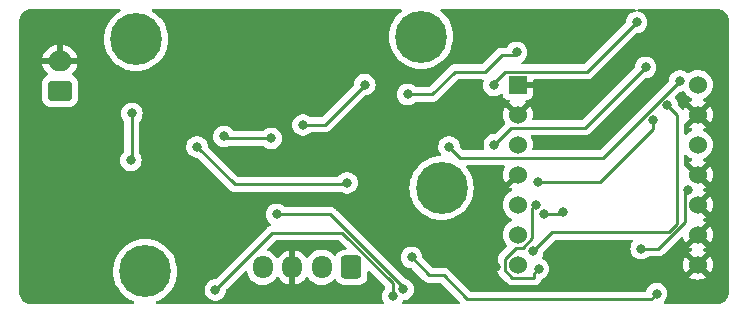
<source format=gbr>
%TF.GenerationSoftware,KiCad,Pcbnew,7.0.9*%
%TF.CreationDate,2024-01-14T15:58:55-05:00*%
%TF.ProjectId,5.2_5V,352e325f-3556-42e6-9b69-6361645f7063,rev?*%
%TF.SameCoordinates,Original*%
%TF.FileFunction,Copper,L2,Bot*%
%TF.FilePolarity,Positive*%
%FSLAX46Y46*%
G04 Gerber Fmt 4.6, Leading zero omitted, Abs format (unit mm)*
G04 Created by KiCad (PCBNEW 7.0.9) date 2024-01-14 15:58:55*
%MOMM*%
%LPD*%
G01*
G04 APERTURE LIST*
G04 Aperture macros list*
%AMRoundRect*
0 Rectangle with rounded corners*
0 $1 Rounding radius*
0 $2 $3 $4 $5 $6 $7 $8 $9 X,Y pos of 4 corners*
0 Add a 4 corners polygon primitive as box body*
4,1,4,$2,$3,$4,$5,$6,$7,$8,$9,$2,$3,0*
0 Add four circle primitives for the rounded corners*
1,1,$1+$1,$2,$3*
1,1,$1+$1,$4,$5*
1,1,$1+$1,$6,$7*
1,1,$1+$1,$8,$9*
0 Add four rect primitives between the rounded corners*
20,1,$1+$1,$2,$3,$4,$5,0*
20,1,$1+$1,$4,$5,$6,$7,0*
20,1,$1+$1,$6,$7,$8,$9,0*
20,1,$1+$1,$8,$9,$2,$3,0*%
G04 Aperture macros list end*
%TA.AperFunction,ComponentPad*%
%ADD10C,4.400000*%
%TD*%
%TA.AperFunction,ComponentPad*%
%ADD11RoundRect,0.250000X0.750000X-0.600000X0.750000X0.600000X-0.750000X0.600000X-0.750000X-0.600000X0*%
%TD*%
%TA.AperFunction,ComponentPad*%
%ADD12O,2.000000X1.700000*%
%TD*%
%TA.AperFunction,ComponentPad*%
%ADD13RoundRect,0.250000X0.600000X0.725000X-0.600000X0.725000X-0.600000X-0.725000X0.600000X-0.725000X0*%
%TD*%
%TA.AperFunction,ComponentPad*%
%ADD14O,1.700000X1.950000*%
%TD*%
%TA.AperFunction,ComponentPad*%
%ADD15R,1.530000X1.530000*%
%TD*%
%TA.AperFunction,ComponentPad*%
%ADD16C,1.530000*%
%TD*%
%TA.AperFunction,ViaPad*%
%ADD17C,0.800000*%
%TD*%
%TA.AperFunction,Conductor*%
%ADD18C,0.250000*%
%TD*%
G04 APERTURE END LIST*
D10*
%TO.P,H4,1*%
%TO.N,N/C*%
X161290000Y-47040800D03*
%TD*%
%TO.P,H3,1*%
%TO.N,N/C*%
X159562800Y-34239200D03*
%TD*%
%TO.P,H2,1*%
%TO.N,N/C*%
X136194800Y-54102000D03*
%TD*%
%TO.P,H1,1*%
%TO.N,N/C*%
X135432800Y-34442400D03*
%TD*%
D11*
%TO.P,J2,1,1*%
%TO.N,Net-(D5-A)*%
X128981200Y-38813500D03*
D12*
%TO.P,J2,2,2*%
%TO.N,GND*%
X128981200Y-36313500D03*
%TD*%
D13*
%TO.P,J1,1,Pin_1*%
%TO.N,Net-(J1-Pin_1)*%
X153660800Y-53763400D03*
D14*
%TO.P,J1,2,Pin_2*%
%TO.N,Net-(J1-Pin_2)*%
X151160800Y-53763400D03*
%TO.P,J1,3,Pin_3*%
%TO.N,GND*%
X148660800Y-53763400D03*
%TO.P,J1,4,Pin_4*%
%TO.N,Net-(J1-Pin_4)*%
X146160800Y-53763400D03*
%TD*%
D15*
%TO.P,U2,1,PA02_A0_D0*%
%TO.N,GND*%
X167741600Y-38303200D03*
D16*
%TO.P,U2,2,PA4_A1_D1*%
X167741600Y-40843200D03*
%TO.P,U2,3,PA10_A2_D2*%
X167741600Y-43383200D03*
%TO.P,U2,4,PA11_A3_D3*%
X167741600Y-45923200D03*
%TO.P,U2,5,PA8_A4_D4_SDA*%
%TO.N,Net-(U2-PA8_A4_D4_SDA)*%
X167741600Y-48463200D03*
%TO.P,U2,6,PA9_A5_D5_SCL*%
%TO.N,Net-(U2-PA9_A5_D5_SCL)*%
X167741600Y-51003200D03*
%TO.P,U2,7,PB08_A6_D6_TX*%
%TO.N,GND*%
X167741600Y-53543200D03*
%TO.P,U2,8,PB09_A7_D7_RX*%
X182981600Y-53543200D03*
%TO.P,U2,9,PA7_A8_D8_SCK*%
X182981600Y-51003200D03*
%TO.P,U2,10,PA5_A9_D9_MISO*%
X182981600Y-48463200D03*
%TO.P,U2,11,PA6_A10_D10_MOSI*%
X182981600Y-45923200D03*
%TO.P,U2,12,3V3*%
%TO.N,3V3*%
X182981600Y-43383200D03*
%TO.P,U2,13,GND*%
%TO.N,GND*%
X182981600Y-40843200D03*
%TO.P,U2,14,5V*%
%TO.N,Net-(D4-K)*%
X182981600Y-38303200D03*
%TD*%
D17*
%TO.N,GND*%
X136499600Y-44297600D03*
X138480800Y-33070800D03*
X139090400Y-35509200D03*
%TO.N,5V2*%
X167640000Y-35560000D03*
X158425850Y-39129000D03*
%TO.N,5V*%
X165760400Y-43383200D03*
X178562000Y-36830000D03*
%TO.N,Net-(U4-FB)*%
X140589000Y-43561000D03*
X153289000Y-46609000D03*
%TO.N,Net-(U12-VCC)*%
X158038800Y-55626000D03*
X182118000Y-47244000D03*
X147320000Y-49276000D03*
X178182847Y-52195153D03*
%TO.N,Net-(U12-GND)*%
X142138400Y-55676800D03*
X158750000Y-52933600D03*
X179500000Y-56000000D03*
X157175200Y-56235600D03*
%TO.N,Net-(U1-PG)*%
X177800000Y-33020000D03*
X165709600Y-38354000D03*
%TO.N,Net-(U2-PA8_A4_D4_SDA)*%
X179226699Y-41253899D03*
X169418000Y-46583600D03*
%TO.N,Net-(U4-COMP)*%
X134975600Y-44710900D03*
X135077200Y-40741600D03*
%TO.N,Net-(U9--)*%
X169500000Y-53908200D03*
X169250000Y-48500000D03*
%TO.N,ampSig*%
X171600153Y-49100153D03*
X169963000Y-49217000D03*
%TO.N,GND*%
X157226000Y-43180000D03*
X165926600Y-53739815D03*
X165750000Y-47500000D03*
%TO.N,Net-(D4-K)*%
X161925000Y-43561000D03*
X181483000Y-37973000D03*
%TO.N,Net-(D6-K)*%
X142875000Y-42672000D03*
X146867825Y-42854825D03*
%TO.N,Net-(D6-A)*%
X154787600Y-38303200D03*
X149555200Y-41706800D03*
%TO.N,Net-(U2-PA9_A5_D5_SCL)*%
X180420499Y-40060099D03*
X169011600Y-52425600D03*
%TD*%
D18*
%TO.N,Net-(U4-COMP)*%
X135077200Y-44609300D02*
X134975600Y-44710900D01*
X135077200Y-40741600D02*
X135077200Y-44609300D01*
%TO.N,Net-(U1-PG)*%
X166651600Y-37213200D02*
X173606800Y-37213200D01*
X165709600Y-38155200D02*
X166651600Y-37213200D01*
X173606800Y-37213200D02*
X177800000Y-33020000D01*
X165709600Y-38354000D02*
X165709600Y-38155200D01*
%TO.N,5V*%
X173458800Y-41933200D02*
X178562000Y-36830000D01*
X167210400Y-41933200D02*
X173458800Y-41933200D01*
X165760400Y-43383200D02*
X167210400Y-41933200D01*
%TO.N,5V2*%
X167386000Y-35814000D02*
X167640000Y-35560000D01*
X164970800Y-37213200D02*
X166370000Y-35814000D01*
X162430800Y-37213200D02*
X164970800Y-37213200D01*
X160515000Y-39129000D02*
X162430800Y-37213200D01*
X158425850Y-39129000D02*
X160515000Y-39129000D01*
X166370000Y-35814000D02*
X167386000Y-35814000D01*
%TO.N,Net-(U4-FB)*%
X153162000Y-46736000D02*
X143764000Y-46736000D01*
X143764000Y-46736000D02*
X140589000Y-43561000D01*
X153289000Y-46609000D02*
X153162000Y-46736000D01*
%TO.N,Net-(U12-VCC)*%
X151851658Y-49276000D02*
X158038800Y-55463142D01*
X181891600Y-47470400D02*
X182118000Y-47244000D01*
X178182847Y-52195153D02*
X179630405Y-52195153D01*
X181891600Y-49933958D02*
X181891600Y-47470400D01*
X158038800Y-55463142D02*
X158038800Y-55626000D01*
X147320000Y-49276000D02*
X151851658Y-49276000D01*
X179630405Y-52195153D02*
X181891600Y-49933958D01*
%TO.N,Net-(U12-GND)*%
X179048000Y-56452000D02*
X179500000Y-56000000D01*
X146964400Y-50850800D02*
X142138400Y-55676800D01*
X157175200Y-55132700D02*
X152893300Y-50850800D01*
X157175200Y-56235600D02*
X157175200Y-55132700D01*
X163474400Y-56452000D02*
X161472600Y-54450200D01*
X171500000Y-56452000D02*
X163474400Y-56452000D01*
X160266600Y-54450200D02*
X158750000Y-52933600D01*
X152893300Y-50850800D02*
X146964400Y-50850800D01*
X161472600Y-54450200D02*
X160266600Y-54450200D01*
X171500000Y-56452000D02*
X179048000Y-56452000D01*
%TO.N,Net-(U2-PA8_A4_D4_SDA)*%
X179226699Y-41253899D02*
X179226699Y-42058101D01*
X179226699Y-42058101D02*
X174701200Y-46583600D01*
X174701200Y-46583600D02*
X169418000Y-46583600D01*
%TO.N,Net-(U9--)*%
X166651600Y-53091707D02*
X166651600Y-53994693D01*
X168973016Y-51313277D02*
X168148000Y-52138293D01*
X169250000Y-48500000D02*
X168973016Y-48776984D01*
X166651600Y-53994693D02*
X167290107Y-54633200D01*
X169500000Y-53908200D02*
X169148968Y-54259232D01*
X167605014Y-52138293D02*
X166651600Y-53091707D01*
X168973016Y-48776984D02*
X168973016Y-51313277D01*
X167290107Y-54633200D02*
X169148968Y-54633200D01*
X169148968Y-54259232D02*
X169148968Y-54633200D01*
X168148000Y-52138293D02*
X167605014Y-52138293D01*
%TO.N,ampSig*%
X171483306Y-49217000D02*
X171600153Y-49100153D01*
X169963000Y-49217000D02*
X171483306Y-49217000D01*
%TO.N,GND*%
X165926600Y-53739815D02*
X165926600Y-47676600D01*
X165926600Y-47676600D02*
X165750000Y-47500000D01*
%TO.N,Net-(D4-K)*%
X174982800Y-44473200D02*
X181483000Y-37973000D01*
X161925000Y-43561000D02*
X162837200Y-44473200D01*
X162837200Y-44473200D02*
X174982800Y-44473200D01*
%TO.N,Net-(D6-K)*%
X143057825Y-42854825D02*
X142875000Y-42672000D01*
X146867825Y-42854825D02*
X143057825Y-42854825D01*
%TO.N,Net-(D6-A)*%
X151384000Y-41706800D02*
X154787600Y-38303200D01*
X149555200Y-41706800D02*
X151384000Y-41706800D01*
%TO.N,Net-(U2-PA9_A5_D5_SCL)*%
X181203600Y-50088800D02*
X180506200Y-50786200D01*
X170651000Y-50786200D02*
X169011600Y-52425600D01*
X180506200Y-50786200D02*
X170651000Y-50786200D01*
X180420499Y-40060099D02*
X181203600Y-40843200D01*
X181203600Y-40843200D02*
X181203600Y-50088800D01*
%TD*%
%TA.AperFunction,Conductor*%
%TO.N,GND*%
G36*
X134062433Y-31897185D02*
G01*
X134108188Y-31949989D01*
X134118132Y-32019147D01*
X134089107Y-32082703D01*
X134059544Y-32107617D01*
X133891384Y-32209273D01*
X133633445Y-32411355D01*
X133401755Y-32643045D01*
X133199673Y-32900984D01*
X133030158Y-33181395D01*
X132895678Y-33480200D01*
X132895672Y-33480215D01*
X132798199Y-33793020D01*
X132798197Y-33793026D01*
X132798197Y-33793029D01*
X132776371Y-33912130D01*
X132739132Y-34115335D01*
X132719349Y-34442400D01*
X132739132Y-34769464D01*
X132739132Y-34769469D01*
X132739133Y-34769470D01*
X132798197Y-35091771D01*
X132798198Y-35091775D01*
X132798199Y-35091779D01*
X132895672Y-35404584D01*
X132895676Y-35404596D01*
X132895679Y-35404603D01*
X132999787Y-35635922D01*
X133030158Y-35703404D01*
X133199673Y-35983815D01*
X133401755Y-36241754D01*
X133633445Y-36473444D01*
X133849282Y-36642541D01*
X133891384Y-36675526D01*
X134171796Y-36845042D01*
X134470597Y-36979521D01*
X134470610Y-36979525D01*
X134470615Y-36979527D01*
X134616015Y-37024835D01*
X134783429Y-37077003D01*
X135105730Y-37136067D01*
X135432800Y-37155851D01*
X135759870Y-37136067D01*
X136082171Y-37077003D01*
X136395003Y-36979521D01*
X136693804Y-36845042D01*
X136974216Y-36675526D01*
X137232151Y-36473447D01*
X137463847Y-36241751D01*
X137665926Y-35983816D01*
X137835442Y-35703404D01*
X137969921Y-35404603D01*
X137980683Y-35370068D01*
X138007062Y-35285412D01*
X138067403Y-35091771D01*
X138126467Y-34769470D01*
X138146251Y-34442400D01*
X138126467Y-34115330D01*
X138067403Y-33793029D01*
X137969921Y-33480197D01*
X137835442Y-33181396D01*
X137665926Y-32900984D01*
X137496946Y-32685297D01*
X137463844Y-32643045D01*
X137232154Y-32411355D01*
X136974215Y-32209273D01*
X136806056Y-32107617D01*
X136758868Y-32056089D01*
X136747030Y-31987229D01*
X136774299Y-31922901D01*
X136832018Y-31883527D01*
X136870206Y-31877500D01*
X157826158Y-31877500D01*
X157893197Y-31897185D01*
X157938952Y-31949989D01*
X157948896Y-32019147D01*
X157919871Y-32082703D01*
X157902631Y-32099111D01*
X157763445Y-32208155D01*
X157531755Y-32439845D01*
X157329673Y-32697784D01*
X157160158Y-32978195D01*
X157025678Y-33277000D01*
X157025672Y-33277015D01*
X156928199Y-33589820D01*
X156869132Y-33912135D01*
X156849349Y-34239200D01*
X156869132Y-34566264D01*
X156869132Y-34566269D01*
X156869133Y-34566270D01*
X156928197Y-34888571D01*
X156928198Y-34888575D01*
X156928199Y-34888579D01*
X157025672Y-35201384D01*
X157025676Y-35201396D01*
X157025679Y-35201403D01*
X157109287Y-35387172D01*
X157160158Y-35500204D01*
X157329673Y-35780615D01*
X157531755Y-36038554D01*
X157763445Y-36270244D01*
X157792564Y-36293057D01*
X158021384Y-36472326D01*
X158301796Y-36641842D01*
X158600597Y-36776321D01*
X158600610Y-36776325D01*
X158600615Y-36776327D01*
X158809151Y-36841309D01*
X158913429Y-36873803D01*
X159235730Y-36932867D01*
X159562800Y-36952651D01*
X159889870Y-36932867D01*
X160212171Y-36873803D01*
X160525003Y-36776321D01*
X160823804Y-36641842D01*
X161104216Y-36472326D01*
X161362151Y-36270247D01*
X161593847Y-36038551D01*
X161795926Y-35780616D01*
X161965442Y-35500204D01*
X162099921Y-35201403D01*
X162103960Y-35188443D01*
X162119086Y-35139899D01*
X162197403Y-34888571D01*
X162256467Y-34566270D01*
X162276251Y-34239200D01*
X162256467Y-33912130D01*
X162197403Y-33589829D01*
X162099921Y-33276997D01*
X161965442Y-32978196D01*
X161795926Y-32697784D01*
X161660891Y-32525424D01*
X161593844Y-32439845D01*
X161362154Y-32208155D01*
X161222969Y-32099111D01*
X161182336Y-32042271D01*
X161178884Y-31972487D01*
X161213708Y-31911914D01*
X161275752Y-31879784D01*
X161299442Y-31877500D01*
X177625617Y-31877500D01*
X177692656Y-31897185D01*
X177738411Y-31949989D01*
X177748355Y-32019147D01*
X177719330Y-32082703D01*
X177660552Y-32120477D01*
X177651398Y-32122790D01*
X177517714Y-32151205D01*
X177517712Y-32151206D01*
X177404350Y-32201678D01*
X177343246Y-32228883D01*
X177188745Y-32341135D01*
X177060959Y-32483057D01*
X176965473Y-32648443D01*
X176965470Y-32648450D01*
X176947019Y-32705238D01*
X176906458Y-32830072D01*
X176901241Y-32879710D01*
X176889019Y-32995995D01*
X176862434Y-33060609D01*
X176853379Y-33070714D01*
X173380714Y-36543381D01*
X173319391Y-36576866D01*
X173293033Y-36579700D01*
X168163611Y-36579700D01*
X168096572Y-36560015D01*
X168050817Y-36507211D01*
X168040873Y-36438053D01*
X168069898Y-36374497D01*
X168092278Y-36356017D01*
X168091494Y-36354938D01*
X168096752Y-36351118D01*
X168251253Y-36238866D01*
X168379040Y-36096944D01*
X168474527Y-35931556D01*
X168533542Y-35749928D01*
X168553504Y-35560000D01*
X168533542Y-35370072D01*
X168474527Y-35188444D01*
X168379040Y-35023056D01*
X168251253Y-34881134D01*
X168096752Y-34768882D01*
X167922288Y-34691206D01*
X167922286Y-34691205D01*
X167735487Y-34651500D01*
X167544513Y-34651500D01*
X167357714Y-34691205D01*
X167183246Y-34768883D01*
X167028745Y-34881135D01*
X166900959Y-35023057D01*
X166845855Y-35118500D01*
X166795288Y-35166716D01*
X166738468Y-35180500D01*
X166453632Y-35180500D01*
X166437880Y-35178760D01*
X166437855Y-35179032D01*
X166430093Y-35178298D01*
X166430092Y-35178298D01*
X166360029Y-35180500D01*
X166330144Y-35180500D01*
X166330141Y-35180500D01*
X166330129Y-35180501D01*
X166323137Y-35181384D01*
X166317320Y-35181841D01*
X166270111Y-35183325D01*
X166270109Y-35183326D01*
X166250496Y-35189023D01*
X166231459Y-35192965D01*
X166211208Y-35195524D01*
X166211202Y-35195526D01*
X166167299Y-35212907D01*
X166161775Y-35214798D01*
X166116406Y-35227981D01*
X166116401Y-35227983D01*
X166098827Y-35238376D01*
X166081362Y-35246932D01*
X166062387Y-35254445D01*
X166062385Y-35254446D01*
X166024176Y-35282206D01*
X166019294Y-35285412D01*
X165978635Y-35309458D01*
X165964200Y-35323894D01*
X165949412Y-35336525D01*
X165932894Y-35348526D01*
X165932888Y-35348532D01*
X165902780Y-35384925D01*
X165898849Y-35389246D01*
X164744714Y-36543381D01*
X164683391Y-36576866D01*
X164657033Y-36579700D01*
X162514429Y-36579700D01*
X162498686Y-36577961D01*
X162498661Y-36578233D01*
X162490893Y-36577498D01*
X162420860Y-36579700D01*
X162390942Y-36579700D01*
X162383936Y-36580584D01*
X162378118Y-36581042D01*
X162330911Y-36582526D01*
X162330908Y-36582527D01*
X162311305Y-36588222D01*
X162292259Y-36592166D01*
X162272003Y-36594726D01*
X162272001Y-36594726D01*
X162271999Y-36594727D01*
X162228082Y-36612114D01*
X162222556Y-36614006D01*
X162177206Y-36627182D01*
X162159633Y-36637574D01*
X162142170Y-36646129D01*
X162123185Y-36653646D01*
X162123183Y-36653647D01*
X162084979Y-36681404D01*
X162080096Y-36684612D01*
X162039437Y-36708658D01*
X162024996Y-36723098D01*
X162010208Y-36735727D01*
X161993697Y-36747723D01*
X161993692Y-36747728D01*
X161963590Y-36784114D01*
X161959657Y-36788436D01*
X161108068Y-37640027D01*
X160288914Y-38459181D01*
X160227591Y-38492666D01*
X160201233Y-38495500D01*
X159133159Y-38495500D01*
X159066120Y-38475815D01*
X159041010Y-38454473D01*
X159037104Y-38450135D01*
X158890760Y-38343809D01*
X158882602Y-38337882D01*
X158708138Y-38260206D01*
X158708136Y-38260205D01*
X158521337Y-38220500D01*
X158330363Y-38220500D01*
X158143564Y-38260205D01*
X157969096Y-38337883D01*
X157814595Y-38450135D01*
X157686809Y-38592057D01*
X157591323Y-38757443D01*
X157591320Y-38757450D01*
X157538786Y-38919134D01*
X157532308Y-38939072D01*
X157512346Y-39129000D01*
X157532308Y-39318928D01*
X157532309Y-39318931D01*
X157591320Y-39500549D01*
X157591323Y-39500556D01*
X157686810Y-39665944D01*
X157814597Y-39807866D01*
X157969098Y-39920118D01*
X158143562Y-39997794D01*
X158330363Y-40037500D01*
X158521337Y-40037500D01*
X158708138Y-39997794D01*
X158882602Y-39920118D01*
X159037103Y-39807866D01*
X159041010Y-39803527D01*
X159100496Y-39766879D01*
X159133159Y-39762500D01*
X160431366Y-39762500D01*
X160447113Y-39764238D01*
X160447139Y-39763968D01*
X160454905Y-39764701D01*
X160454909Y-39764702D01*
X160524958Y-39762500D01*
X160554856Y-39762500D01*
X160554857Y-39762500D01*
X160556222Y-39762327D01*
X160561862Y-39761614D01*
X160567685Y-39761156D01*
X160593708Y-39760338D01*
X160614890Y-39759673D01*
X160624681Y-39756827D01*
X160634481Y-39753980D01*
X160653538Y-39750032D01*
X160673797Y-39747474D01*
X160717721Y-39730082D01*
X160723221Y-39728199D01*
X160768593Y-39715018D01*
X160786165Y-39704625D01*
X160803632Y-39696068D01*
X160822617Y-39688552D01*
X160860826Y-39660790D01*
X160865704Y-39657585D01*
X160906362Y-39633542D01*
X160920802Y-39619100D01*
X160935592Y-39606470D01*
X160952107Y-39594472D01*
X160982222Y-39558067D01*
X160986126Y-39553776D01*
X162656885Y-37883019D01*
X162718208Y-37849534D01*
X162744566Y-37846700D01*
X164748507Y-37846700D01*
X164815546Y-37866385D01*
X164861301Y-37919189D01*
X164871245Y-37988347D01*
X164866438Y-38009018D01*
X164816059Y-38164068D01*
X164816058Y-38164072D01*
X164796096Y-38354000D01*
X164816058Y-38543928D01*
X164816059Y-38543931D01*
X164875070Y-38725549D01*
X164875073Y-38725556D01*
X164970560Y-38890944D01*
X165098347Y-39032866D01*
X165252848Y-39145118D01*
X165427312Y-39222794D01*
X165614113Y-39262500D01*
X165805087Y-39262500D01*
X165991888Y-39222794D01*
X166166352Y-39145118D01*
X166283744Y-39059827D01*
X166349548Y-39036348D01*
X166417602Y-39052173D01*
X166466297Y-39102279D01*
X166479917Y-39146888D01*
X166483001Y-39175573D01*
X166483003Y-39175579D01*
X166533245Y-39310286D01*
X166533249Y-39310293D01*
X166619409Y-39425387D01*
X166619412Y-39425390D01*
X166734506Y-39511550D01*
X166734513Y-39511554D01*
X166869220Y-39561796D01*
X166869227Y-39561798D01*
X166928755Y-39568199D01*
X166928772Y-39568200D01*
X166963748Y-39568200D01*
X167030787Y-39587885D01*
X167076542Y-39640689D01*
X167086486Y-39709847D01*
X167057461Y-39773403D01*
X167041379Y-39787905D01*
X167041256Y-39789303D01*
X167600234Y-40348281D01*
X167596439Y-40348827D01*
X167463038Y-40409749D01*
X167352205Y-40505787D01*
X167272918Y-40629160D01*
X167250466Y-40705619D01*
X166687704Y-40142857D01*
X166641893Y-40208284D01*
X166548349Y-40408890D01*
X166548345Y-40408899D01*
X166491061Y-40622690D01*
X166491059Y-40622700D01*
X166471768Y-40843199D01*
X166471768Y-40843200D01*
X166491059Y-41063699D01*
X166491061Y-41063709D01*
X166548345Y-41277500D01*
X166548349Y-41277509D01*
X166644181Y-41483022D01*
X166642762Y-41483683D01*
X166657525Y-41544589D01*
X166634660Y-41610612D01*
X166621348Y-41626345D01*
X165809314Y-42438381D01*
X165747991Y-42471866D01*
X165721633Y-42474700D01*
X165664913Y-42474700D01*
X165478114Y-42514405D01*
X165303646Y-42592083D01*
X165149145Y-42704335D01*
X165021359Y-42846257D01*
X164925873Y-43011643D01*
X164925870Y-43011650D01*
X164868100Y-43189450D01*
X164866858Y-43193272D01*
X164846896Y-43383200D01*
X164866858Y-43573128D01*
X164866859Y-43573131D01*
X164900732Y-43677382D01*
X164902727Y-43747223D01*
X164866647Y-43807056D01*
X164803946Y-43837884D01*
X164782801Y-43839700D01*
X163150966Y-43839700D01*
X163083927Y-43820015D01*
X163063285Y-43803381D01*
X162871620Y-43611715D01*
X162838135Y-43550392D01*
X162835982Y-43537012D01*
X162818542Y-43371072D01*
X162759527Y-43189444D01*
X162664040Y-43024056D01*
X162536253Y-42882134D01*
X162381752Y-42769882D01*
X162207288Y-42692206D01*
X162207286Y-42692205D01*
X162020487Y-42652500D01*
X161829513Y-42652500D01*
X161642714Y-42692205D01*
X161642712Y-42692206D01*
X161526356Y-42744011D01*
X161468246Y-42769883D01*
X161313745Y-42882135D01*
X161185959Y-43024057D01*
X161090473Y-43189443D01*
X161090470Y-43189450D01*
X161038024Y-43350864D01*
X161031458Y-43371072D01*
X161011496Y-43561000D01*
X161031458Y-43750928D01*
X161031459Y-43750931D01*
X161090470Y-43932549D01*
X161090473Y-43932556D01*
X161185960Y-44097944D01*
X161202314Y-44116107D01*
X161215055Y-44130258D01*
X161245284Y-44193250D01*
X161236658Y-44262585D01*
X161191916Y-44316250D01*
X161130391Y-44337003D01*
X160962935Y-44347132D01*
X160935728Y-44352118D01*
X160640629Y-44406197D01*
X160640626Y-44406197D01*
X160640620Y-44406199D01*
X160327815Y-44503672D01*
X160327799Y-44503678D01*
X160327797Y-44503679D01*
X160234861Y-44545506D01*
X160028995Y-44638158D01*
X159748584Y-44807673D01*
X159490645Y-45009755D01*
X159258955Y-45241445D01*
X159056873Y-45499384D01*
X158887358Y-45779795D01*
X158855819Y-45849873D01*
X158755823Y-46072057D01*
X158752878Y-46078600D01*
X158752872Y-46078615D01*
X158655399Y-46391420D01*
X158655397Y-46391426D01*
X158655397Y-46391429D01*
X158624851Y-46558115D01*
X158596332Y-46713735D01*
X158576549Y-47040800D01*
X158596332Y-47367864D01*
X158596332Y-47367869D01*
X158596333Y-47367870D01*
X158655397Y-47690171D01*
X158655398Y-47690175D01*
X158655399Y-47690179D01*
X158752872Y-48002984D01*
X158752876Y-48002996D01*
X158752879Y-48003003D01*
X158860089Y-48241214D01*
X158887358Y-48301804D01*
X159056873Y-48582215D01*
X159258955Y-48840154D01*
X159490645Y-49071844D01*
X159490649Y-49071847D01*
X159748584Y-49273926D01*
X160028996Y-49443442D01*
X160327797Y-49577921D01*
X160327810Y-49577925D01*
X160327815Y-49577927D01*
X160517694Y-49637095D01*
X160640629Y-49675403D01*
X160962930Y-49734467D01*
X161290000Y-49754251D01*
X161617070Y-49734467D01*
X161939371Y-49675403D01*
X162252203Y-49577921D01*
X162551004Y-49443442D01*
X162831416Y-49273926D01*
X163089351Y-49071847D01*
X163321047Y-48840151D01*
X163523126Y-48582216D01*
X163692642Y-48301804D01*
X163827121Y-48003003D01*
X163924603Y-47690171D01*
X163983667Y-47367870D01*
X164003451Y-47040800D01*
X163983667Y-46713730D01*
X163924603Y-46391429D01*
X163845395Y-46137240D01*
X163827127Y-46078615D01*
X163827125Y-46078610D01*
X163827121Y-46078597D01*
X163692642Y-45779796D01*
X163523126Y-45499384D01*
X163372537Y-45307171D01*
X163346689Y-45242261D01*
X163360038Y-45173678D01*
X163408346Y-45123200D01*
X163470149Y-45106700D01*
X166531957Y-45106700D01*
X166598996Y-45126385D01*
X166644751Y-45179189D01*
X166654695Y-45248347D01*
X166642777Y-45282723D01*
X166644181Y-45283378D01*
X166548349Y-45488890D01*
X166548345Y-45488899D01*
X166491061Y-45702690D01*
X166491059Y-45702700D01*
X166471768Y-45923199D01*
X166471768Y-45923200D01*
X166491059Y-46143699D01*
X166491061Y-46143709D01*
X166548345Y-46357500D01*
X166548349Y-46357509D01*
X166641895Y-46558119D01*
X166687703Y-46623541D01*
X166687704Y-46623542D01*
X167250466Y-46060779D01*
X167272918Y-46137240D01*
X167352205Y-46260613D01*
X167463038Y-46356651D01*
X167596439Y-46417573D01*
X167600232Y-46418118D01*
X167041256Y-46977094D01*
X167106683Y-47022906D01*
X167106689Y-47022909D01*
X167220817Y-47076128D01*
X167273257Y-47122300D01*
X167292409Y-47189493D01*
X167272193Y-47256375D01*
X167220818Y-47300892D01*
X167102417Y-47356103D01*
X167102411Y-47356107D01*
X166919882Y-47483916D01*
X166762316Y-47641482D01*
X166634507Y-47824011D01*
X166634503Y-47824017D01*
X166540331Y-48025971D01*
X166540327Y-48025980D01*
X166482657Y-48241209D01*
X166482655Y-48241219D01*
X166463235Y-48463198D01*
X166463235Y-48463201D01*
X166482655Y-48685177D01*
X166482657Y-48685190D01*
X166540327Y-48900419D01*
X166540332Y-48900433D01*
X166634501Y-49102379D01*
X166634507Y-49102389D01*
X166762310Y-49284910D01*
X166762319Y-49284920D01*
X166919879Y-49442480D01*
X166919889Y-49442489D01*
X167026436Y-49517094D01*
X167102417Y-49570297D01*
X167118780Y-49577927D01*
X167210760Y-49620818D01*
X167263200Y-49666990D01*
X167282352Y-49734183D01*
X167262136Y-49801065D01*
X167210761Y-49845582D01*
X167102417Y-49896103D01*
X167102411Y-49896107D01*
X166919882Y-50023916D01*
X166762316Y-50181482D01*
X166634507Y-50364011D01*
X166634503Y-50364017D01*
X166540331Y-50565971D01*
X166540327Y-50565980D01*
X166482657Y-50781209D01*
X166482655Y-50781219D01*
X166463235Y-51003198D01*
X166463235Y-51003201D01*
X166482655Y-51225180D01*
X166482657Y-51225190D01*
X166540327Y-51440419D01*
X166540332Y-51440433D01*
X166634501Y-51642379D01*
X166634507Y-51642389D01*
X166762310Y-51824910D01*
X166762319Y-51824920D01*
X166804719Y-51867320D01*
X166838204Y-51928643D01*
X166833220Y-51998335D01*
X166804719Y-52042682D01*
X166262782Y-52584619D01*
X166250420Y-52594523D01*
X166250594Y-52594733D01*
X166244585Y-52599704D01*
X166196615Y-52650786D01*
X166175472Y-52671929D01*
X166175457Y-52671946D01*
X166171131Y-52677521D01*
X166167347Y-52681951D01*
X166135019Y-52716378D01*
X166135012Y-52716388D01*
X166125179Y-52734274D01*
X166114503Y-52750527D01*
X166101986Y-52766664D01*
X166101985Y-52766666D01*
X166083225Y-52810017D01*
X166080655Y-52815263D01*
X166057903Y-52856648D01*
X166057903Y-52856649D01*
X166052825Y-52876427D01*
X166046525Y-52894829D01*
X166038418Y-52913564D01*
X166031031Y-52960202D01*
X166029846Y-52965923D01*
X166018100Y-53011672D01*
X166018100Y-53032091D01*
X166016573Y-53051490D01*
X166013380Y-53071648D01*
X166013380Y-53071649D01*
X166017825Y-53118673D01*
X166018100Y-53124511D01*
X166018100Y-53911059D01*
X166016361Y-53926806D01*
X166016632Y-53926832D01*
X166015898Y-53934598D01*
X166015898Y-53934601D01*
X166015898Y-53934602D01*
X166017139Y-53974065D01*
X166018100Y-54004650D01*
X166018100Y-54034552D01*
X166018984Y-54041549D01*
X166019442Y-54047372D01*
X166020926Y-54094582D01*
X166020927Y-54094584D01*
X166026622Y-54114188D01*
X166030567Y-54133235D01*
X166033126Y-54153490D01*
X166033127Y-54153493D01*
X166033128Y-54153496D01*
X166050514Y-54197409D01*
X166052406Y-54202937D01*
X166065581Y-54248285D01*
X166075972Y-54265855D01*
X166084532Y-54283328D01*
X166092047Y-54302310D01*
X166119809Y-54340520D01*
X166123016Y-54345403D01*
X166147058Y-54386055D01*
X166147062Y-54386059D01*
X166161489Y-54400486D01*
X166174126Y-54415281D01*
X166186128Y-54431800D01*
X166222531Y-54461915D01*
X166226831Y-54465828D01*
X166505916Y-54744913D01*
X166783017Y-55022014D01*
X166792923Y-55034378D01*
X166793133Y-55034205D01*
X166798108Y-55040219D01*
X166849201Y-55088199D01*
X166864388Y-55103385D01*
X166870337Y-55109334D01*
X166875909Y-55113656D01*
X166880349Y-55117449D01*
X166914785Y-55149786D01*
X166932674Y-55159620D01*
X166948938Y-55170303D01*
X166965066Y-55182813D01*
X167005169Y-55200167D01*
X167008405Y-55201567D01*
X167013652Y-55204137D01*
X167055047Y-55226895D01*
X167074825Y-55231973D01*
X167093226Y-55238273D01*
X167111962Y-55246381D01*
X167152038Y-55252728D01*
X167158610Y-55253769D01*
X167164319Y-55254951D01*
X167210077Y-55266700D01*
X167230491Y-55266700D01*
X167249890Y-55268227D01*
X167270050Y-55271420D01*
X167317073Y-55266975D01*
X167322911Y-55266700D01*
X169077363Y-55266700D01*
X169100594Y-55268896D01*
X169105111Y-55269757D01*
X169108874Y-55270475D01*
X169166948Y-55266821D01*
X169170821Y-55266700D01*
X169188825Y-55266700D01*
X169188825Y-55266699D01*
X169206713Y-55264439D01*
X169210524Y-55264079D01*
X169268618Y-55260425D01*
X169276630Y-55257821D01*
X169299411Y-55252728D01*
X169307765Y-55251674D01*
X169361853Y-55230258D01*
X169365503Y-55228944D01*
X169420843Y-55210964D01*
X169427953Y-55206451D01*
X169448752Y-55195852D01*
X169456585Y-55192752D01*
X169503654Y-55158553D01*
X169506853Y-55156380D01*
X169555986Y-55125200D01*
X169561757Y-55119053D01*
X169579262Y-55103621D01*
X169586075Y-55098672D01*
X169623173Y-55053825D01*
X169625694Y-55050966D01*
X169665554Y-55008521D01*
X169669610Y-55001140D01*
X169682727Y-54981838D01*
X169688101Y-54975344D01*
X169712880Y-54922684D01*
X169714624Y-54919260D01*
X169742663Y-54868260D01*
X169744758Y-54860097D01*
X169752669Y-54838129D01*
X169759577Y-54823452D01*
X169761666Y-54824435D01*
X169794530Y-54776346D01*
X169822607Y-54759042D01*
X169956752Y-54699318D01*
X170111253Y-54587066D01*
X170239040Y-54445144D01*
X170334527Y-54279756D01*
X170393542Y-54098128D01*
X170413504Y-53908200D01*
X170393542Y-53718272D01*
X170334527Y-53536644D01*
X170239040Y-53371256D01*
X170111253Y-53229334D01*
X169988021Y-53139800D01*
X169956751Y-53117081D01*
X169847618Y-53068492D01*
X169794381Y-53023242D01*
X169774060Y-52956393D01*
X169790665Y-52893218D01*
X169846127Y-52797156D01*
X169905142Y-52615528D01*
X169922581Y-52449597D01*
X169949164Y-52384987D01*
X169958211Y-52374891D01*
X170877085Y-51456019D01*
X170938408Y-51422534D01*
X170964766Y-51419700D01*
X177380053Y-51419700D01*
X177447092Y-51439385D01*
X177492847Y-51492189D01*
X177502791Y-51561347D01*
X177473766Y-51624903D01*
X177472203Y-51626672D01*
X177443806Y-51658210D01*
X177348320Y-51823596D01*
X177348317Y-51823603D01*
X177289306Y-52005221D01*
X177289305Y-52005225D01*
X177269343Y-52195153D01*
X177289305Y-52385081D01*
X177289306Y-52385084D01*
X177348317Y-52566702D01*
X177348320Y-52566709D01*
X177443807Y-52732097D01*
X177571594Y-52874019D01*
X177726095Y-52986271D01*
X177900559Y-53063947D01*
X178087360Y-53103653D01*
X178278334Y-53103653D01*
X178465135Y-53063947D01*
X178639599Y-52986271D01*
X178794100Y-52874019D01*
X178798007Y-52869680D01*
X178857493Y-52833032D01*
X178890156Y-52828653D01*
X179546771Y-52828653D01*
X179562518Y-52830391D01*
X179562544Y-52830121D01*
X179570310Y-52830854D01*
X179570314Y-52830855D01*
X179640363Y-52828653D01*
X179670261Y-52828653D01*
X179670262Y-52828653D01*
X179671627Y-52828480D01*
X179677267Y-52827767D01*
X179683090Y-52827309D01*
X179709113Y-52826491D01*
X179730295Y-52825826D01*
X179740086Y-52822980D01*
X179749886Y-52820133D01*
X179768943Y-52816185D01*
X179789202Y-52813627D01*
X179833126Y-52796235D01*
X179838626Y-52794352D01*
X179883998Y-52781171D01*
X179901570Y-52770778D01*
X179919037Y-52762221D01*
X179938022Y-52754705D01*
X179976231Y-52726943D01*
X179981109Y-52723738D01*
X180021767Y-52699695D01*
X180036207Y-52685253D01*
X180050997Y-52672623D01*
X180067512Y-52660625D01*
X180097627Y-52624220D01*
X180101541Y-52619919D01*
X181529892Y-51191568D01*
X181591211Y-51158086D01*
X181660903Y-51163070D01*
X181716836Y-51204942D01*
X181737344Y-51247159D01*
X181788345Y-51437500D01*
X181788349Y-51437509D01*
X181881895Y-51638119D01*
X181927703Y-51703541D01*
X181927704Y-51703542D01*
X182490466Y-51140779D01*
X182512918Y-51217240D01*
X182592205Y-51340613D01*
X182703038Y-51436651D01*
X182836439Y-51497573D01*
X182840233Y-51498118D01*
X182281256Y-52057094D01*
X182346683Y-52102906D01*
X182346685Y-52102907D01*
X182470875Y-52160818D01*
X182523314Y-52206990D01*
X182542466Y-52274184D01*
X182522250Y-52341065D01*
X182470875Y-52385582D01*
X182346684Y-52443493D01*
X182281257Y-52489304D01*
X182840234Y-53048281D01*
X182836439Y-53048827D01*
X182703038Y-53109749D01*
X182592205Y-53205787D01*
X182512918Y-53329160D01*
X182490466Y-53405619D01*
X181927704Y-52842857D01*
X181881893Y-52908284D01*
X181788349Y-53108890D01*
X181788345Y-53108899D01*
X181731061Y-53322690D01*
X181731059Y-53322700D01*
X181711768Y-53543199D01*
X181711768Y-53543200D01*
X181731059Y-53763699D01*
X181731060Y-53763703D01*
X181788345Y-53977500D01*
X181788349Y-53977509D01*
X181881895Y-54178119D01*
X181927703Y-54243541D01*
X181927705Y-54243542D01*
X182490466Y-53680780D01*
X182512918Y-53757240D01*
X182592205Y-53880613D01*
X182703038Y-53976651D01*
X182836439Y-54037573D01*
X182840233Y-54038118D01*
X182281256Y-54597094D01*
X182346683Y-54642906D01*
X182346685Y-54642907D01*
X182547290Y-54736450D01*
X182547299Y-54736454D01*
X182761090Y-54793738D01*
X182761100Y-54793740D01*
X182981599Y-54813032D01*
X182981601Y-54813032D01*
X183202099Y-54793740D01*
X183202109Y-54793738D01*
X183415900Y-54736454D01*
X183415909Y-54736450D01*
X183616515Y-54642906D01*
X183681942Y-54597094D01*
X183122966Y-54038118D01*
X183126761Y-54037573D01*
X183260162Y-53976651D01*
X183370995Y-53880613D01*
X183450282Y-53757240D01*
X183472733Y-53680780D01*
X184035494Y-54243542D01*
X184081306Y-54178115D01*
X184174850Y-53977509D01*
X184174854Y-53977500D01*
X184232140Y-53763703D01*
X184232140Y-53763699D01*
X184251432Y-53543200D01*
X184251432Y-53543199D01*
X184232140Y-53322700D01*
X184232138Y-53322690D01*
X184174854Y-53108899D01*
X184174850Y-53108890D01*
X184081307Y-52908285D01*
X184081306Y-52908283D01*
X184035494Y-52842857D01*
X184035494Y-52842856D01*
X183472732Y-53405618D01*
X183450282Y-53329160D01*
X183370995Y-53205787D01*
X183260162Y-53109749D01*
X183126761Y-53048827D01*
X183122966Y-53048281D01*
X183681942Y-52489305D01*
X183681941Y-52489303D01*
X183616518Y-52443494D01*
X183616516Y-52443493D01*
X183492325Y-52385582D01*
X183439885Y-52339410D01*
X183420733Y-52272217D01*
X183440949Y-52205335D01*
X183492325Y-52160818D01*
X183616512Y-52102908D01*
X183616514Y-52102907D01*
X183681942Y-52057094D01*
X183122966Y-51498118D01*
X183126761Y-51497573D01*
X183260162Y-51436651D01*
X183370995Y-51340613D01*
X183450282Y-51217240D01*
X183472733Y-51140780D01*
X184035494Y-51703542D01*
X184081306Y-51638115D01*
X184174850Y-51437509D01*
X184174854Y-51437500D01*
X184232138Y-51223709D01*
X184232140Y-51223699D01*
X184251432Y-51003200D01*
X184251432Y-51003199D01*
X184232140Y-50782700D01*
X184232138Y-50782690D01*
X184174854Y-50568899D01*
X184174850Y-50568890D01*
X184081307Y-50368285D01*
X184081306Y-50368283D01*
X184035494Y-50302857D01*
X184035494Y-50302856D01*
X183472732Y-50865618D01*
X183450282Y-50789160D01*
X183370995Y-50665787D01*
X183260162Y-50569749D01*
X183126761Y-50508827D01*
X183122964Y-50508281D01*
X183681942Y-49949304D01*
X183681941Y-49949303D01*
X183616518Y-49903494D01*
X183616516Y-49903493D01*
X183492325Y-49845582D01*
X183439885Y-49799410D01*
X183420733Y-49732217D01*
X183440949Y-49665335D01*
X183492325Y-49620818D01*
X183616512Y-49562908D01*
X183616514Y-49562907D01*
X183681942Y-49517094D01*
X183122966Y-48958118D01*
X183126761Y-48957573D01*
X183260162Y-48896651D01*
X183370995Y-48800613D01*
X183450282Y-48677240D01*
X183472733Y-48600780D01*
X184035494Y-49163542D01*
X184081306Y-49098115D01*
X184174850Y-48897509D01*
X184174854Y-48897500D01*
X184232138Y-48683709D01*
X184232140Y-48683699D01*
X184251432Y-48463200D01*
X184251432Y-48463199D01*
X184232140Y-48242700D01*
X184232138Y-48242690D01*
X184174854Y-48028899D01*
X184174850Y-48028890D01*
X184081307Y-47828285D01*
X184081306Y-47828283D01*
X184035494Y-47762857D01*
X184035494Y-47762856D01*
X183472732Y-48325618D01*
X183450282Y-48249160D01*
X183370995Y-48125787D01*
X183260162Y-48029749D01*
X183126761Y-47968827D01*
X183122965Y-47968281D01*
X183681942Y-47409304D01*
X183681941Y-47409303D01*
X183616518Y-47363494D01*
X183616516Y-47363493D01*
X183492325Y-47305582D01*
X183439885Y-47259410D01*
X183420733Y-47192217D01*
X183440949Y-47125335D01*
X183492325Y-47080818D01*
X183616512Y-47022908D01*
X183616514Y-47022907D01*
X183681942Y-46977094D01*
X183122965Y-46418118D01*
X183126761Y-46417573D01*
X183260162Y-46356651D01*
X183370995Y-46260613D01*
X183450282Y-46137240D01*
X183472733Y-46060780D01*
X184035494Y-46623542D01*
X184081306Y-46558115D01*
X184174850Y-46357509D01*
X184174854Y-46357500D01*
X184232138Y-46143709D01*
X184232140Y-46143699D01*
X184251432Y-45923200D01*
X184251432Y-45923199D01*
X184232140Y-45702700D01*
X184232138Y-45702690D01*
X184174854Y-45488899D01*
X184174850Y-45488890D01*
X184081307Y-45288285D01*
X184081306Y-45288283D01*
X184035494Y-45222857D01*
X184035494Y-45222856D01*
X183472732Y-45785618D01*
X183450282Y-45709160D01*
X183370995Y-45585787D01*
X183260162Y-45489749D01*
X183126761Y-45428827D01*
X183122966Y-45428281D01*
X183681942Y-44869305D01*
X183681941Y-44869303D01*
X183616519Y-44823494D01*
X183502382Y-44770271D01*
X183449943Y-44724098D01*
X183430791Y-44656905D01*
X183451007Y-44590024D01*
X183502379Y-44545509D01*
X183620783Y-44490297D01*
X183803317Y-44362484D01*
X183960884Y-44204917D01*
X184088697Y-44022383D01*
X184182870Y-43820427D01*
X184240544Y-43605186D01*
X184259215Y-43391769D01*
X184259965Y-43383201D01*
X184259965Y-43383198D01*
X184246245Y-43226381D01*
X184240544Y-43161214D01*
X184182870Y-42945973D01*
X184088697Y-42744018D01*
X183960884Y-42561483D01*
X183803317Y-42403916D01*
X183803315Y-42403914D01*
X183803310Y-42403910D01*
X183620789Y-42276107D01*
X183620783Y-42276103D01*
X183502382Y-42220892D01*
X183449943Y-42174720D01*
X183430791Y-42107526D01*
X183451007Y-42040645D01*
X183502383Y-41996128D01*
X183616512Y-41942908D01*
X183616514Y-41942907D01*
X183681942Y-41897094D01*
X183122966Y-41338118D01*
X183126761Y-41337573D01*
X183260162Y-41276651D01*
X183370995Y-41180613D01*
X183450282Y-41057240D01*
X183472733Y-40980780D01*
X184035494Y-41543542D01*
X184081306Y-41478115D01*
X184174850Y-41277509D01*
X184174854Y-41277500D01*
X184232138Y-41063709D01*
X184232140Y-41063699D01*
X184251432Y-40843200D01*
X184251432Y-40843199D01*
X184232140Y-40622700D01*
X184232138Y-40622690D01*
X184174854Y-40408899D01*
X184174850Y-40408890D01*
X184081307Y-40208285D01*
X184081306Y-40208283D01*
X184035494Y-40142857D01*
X184035494Y-40142856D01*
X183472732Y-40705618D01*
X183450282Y-40629160D01*
X183370995Y-40505787D01*
X183260162Y-40409749D01*
X183126761Y-40348827D01*
X183122966Y-40348281D01*
X183681942Y-39789305D01*
X183681941Y-39789303D01*
X183616519Y-39743494D01*
X183502382Y-39690271D01*
X183449943Y-39644098D01*
X183430791Y-39576905D01*
X183451007Y-39510024D01*
X183502379Y-39465509D01*
X183620783Y-39410297D01*
X183803317Y-39282484D01*
X183960884Y-39124917D01*
X184088697Y-38942383D01*
X184182870Y-38740427D01*
X184240544Y-38525186D01*
X184259965Y-38303200D01*
X184256203Y-38260205D01*
X184252730Y-38220500D01*
X184240544Y-38081214D01*
X184189511Y-37890759D01*
X184182872Y-37865980D01*
X184182871Y-37865979D01*
X184182870Y-37865973D01*
X184088697Y-37664018D01*
X183960884Y-37481483D01*
X183803317Y-37323916D01*
X183803315Y-37323914D01*
X183803310Y-37323910D01*
X183620789Y-37196107D01*
X183620786Y-37196105D01*
X183620783Y-37196103D01*
X183590286Y-37181882D01*
X183418833Y-37101932D01*
X183418819Y-37101927D01*
X183203590Y-37044257D01*
X183203588Y-37044256D01*
X183203586Y-37044256D01*
X183203584Y-37044255D01*
X183203580Y-37044255D01*
X182981602Y-37024835D01*
X182981598Y-37024835D01*
X182759619Y-37044255D01*
X182759609Y-37044257D01*
X182544380Y-37101927D01*
X182544371Y-37101931D01*
X182342417Y-37196103D01*
X182342413Y-37196105D01*
X182219788Y-37281969D01*
X182153582Y-37304296D01*
X182085815Y-37287286D01*
X182075779Y-37280712D01*
X181939752Y-37181882D01*
X181765288Y-37104206D01*
X181765286Y-37104205D01*
X181578487Y-37064500D01*
X181387513Y-37064500D01*
X181200714Y-37104205D01*
X181026246Y-37181883D01*
X180871745Y-37294135D01*
X180743959Y-37436057D01*
X180648473Y-37601443D01*
X180648470Y-37601450D01*
X180589459Y-37783068D01*
X180589458Y-37783072D01*
X180576784Y-37903661D01*
X180572019Y-37948996D01*
X180545434Y-38013610D01*
X180536379Y-38023715D01*
X174756714Y-43803381D01*
X174695391Y-43836866D01*
X174669033Y-43839700D01*
X169090505Y-43839700D01*
X169023466Y-43820015D01*
X168977711Y-43767211D01*
X168967767Y-43698053D01*
X168970730Y-43683607D01*
X168992138Y-43603708D01*
X168992140Y-43603699D01*
X169011432Y-43383200D01*
X169011432Y-43383199D01*
X168992140Y-43162700D01*
X168992138Y-43162690D01*
X168934854Y-42948899D01*
X168934850Y-42948890D01*
X168839019Y-42743378D01*
X168841355Y-42742288D01*
X168827377Y-42684930D01*
X168850160Y-42618879D01*
X168905036Y-42575631D01*
X168951243Y-42566700D01*
X173375166Y-42566700D01*
X173390913Y-42568438D01*
X173390939Y-42568168D01*
X173398705Y-42568901D01*
X173398709Y-42568902D01*
X173468758Y-42566700D01*
X173498656Y-42566700D01*
X173498657Y-42566700D01*
X173500022Y-42566527D01*
X173505662Y-42565814D01*
X173511485Y-42565356D01*
X173537508Y-42564538D01*
X173558690Y-42563873D01*
X173568481Y-42561027D01*
X173578281Y-42558180D01*
X173597338Y-42554232D01*
X173617597Y-42551674D01*
X173661521Y-42534282D01*
X173667021Y-42532399D01*
X173712393Y-42519218D01*
X173729965Y-42508825D01*
X173747432Y-42500268D01*
X173766417Y-42492752D01*
X173804626Y-42464990D01*
X173809504Y-42461785D01*
X173850162Y-42437742D01*
X173864602Y-42423300D01*
X173879392Y-42410670D01*
X173895907Y-42398672D01*
X173926022Y-42362267D01*
X173929926Y-42357976D01*
X178513085Y-37774819D01*
X178574408Y-37741334D01*
X178600766Y-37738500D01*
X178657487Y-37738500D01*
X178844288Y-37698794D01*
X179018752Y-37621118D01*
X179173253Y-37508866D01*
X179301040Y-37366944D01*
X179396527Y-37201556D01*
X179455542Y-37019928D01*
X179475504Y-36830000D01*
X179455542Y-36640072D01*
X179396527Y-36458444D01*
X179301040Y-36293056D01*
X179173253Y-36151134D01*
X179018752Y-36038882D01*
X178844288Y-35961206D01*
X178844286Y-35961205D01*
X178657487Y-35921500D01*
X178466513Y-35921500D01*
X178279714Y-35961205D01*
X178279712Y-35961206D01*
X178105992Y-36038551D01*
X178105246Y-36038883D01*
X177950745Y-36151135D01*
X177822959Y-36293057D01*
X177727473Y-36458443D01*
X177727470Y-36458450D01*
X177668459Y-36640068D01*
X177668458Y-36640072D01*
X177651019Y-36805996D01*
X177624434Y-36870610D01*
X177615379Y-36880715D01*
X173232714Y-41263381D01*
X173171391Y-41296866D01*
X173145033Y-41299700D01*
X169090505Y-41299700D01*
X169023466Y-41280015D01*
X168977711Y-41227211D01*
X168967767Y-41158053D01*
X168970730Y-41143607D01*
X168992138Y-41063708D01*
X168992140Y-41063699D01*
X169011432Y-40843200D01*
X169011432Y-40843199D01*
X168992140Y-40622700D01*
X168992138Y-40622690D01*
X168934854Y-40408899D01*
X168934850Y-40408890D01*
X168841307Y-40208285D01*
X168841306Y-40208283D01*
X168795494Y-40142857D01*
X168795494Y-40142856D01*
X168232732Y-40705617D01*
X168210282Y-40629160D01*
X168130995Y-40505787D01*
X168020162Y-40409749D01*
X167886761Y-40348827D01*
X167882966Y-40348281D01*
X168441942Y-39789305D01*
X168441596Y-39785354D01*
X168404702Y-39739199D01*
X168397508Y-39669701D01*
X168429030Y-39607346D01*
X168489260Y-39571931D01*
X168519450Y-39568200D01*
X168554428Y-39568200D01*
X168554444Y-39568199D01*
X168613972Y-39561798D01*
X168613979Y-39561796D01*
X168748686Y-39511554D01*
X168748693Y-39511550D01*
X168863787Y-39425390D01*
X168863790Y-39425387D01*
X168949950Y-39310293D01*
X168949954Y-39310286D01*
X169000196Y-39175579D01*
X169000198Y-39175572D01*
X169006599Y-39116044D01*
X169006600Y-39116027D01*
X169006600Y-38553200D01*
X168187172Y-38553200D01*
X168210282Y-38517240D01*
X168251600Y-38376527D01*
X168251600Y-38229873D01*
X168210282Y-38089160D01*
X168187172Y-38053200D01*
X169006600Y-38053200D01*
X169006600Y-37970700D01*
X169026285Y-37903661D01*
X169079089Y-37857906D01*
X169130600Y-37846700D01*
X173523166Y-37846700D01*
X173538913Y-37848438D01*
X173538939Y-37848168D01*
X173546705Y-37848901D01*
X173546709Y-37848902D01*
X173616758Y-37846700D01*
X173646656Y-37846700D01*
X173646657Y-37846700D01*
X173648022Y-37846527D01*
X173653662Y-37845814D01*
X173659485Y-37845356D01*
X173685508Y-37844538D01*
X173706690Y-37843873D01*
X173716481Y-37841027D01*
X173726281Y-37838180D01*
X173745338Y-37834232D01*
X173765597Y-37831674D01*
X173809521Y-37814282D01*
X173815021Y-37812399D01*
X173860393Y-37799218D01*
X173877965Y-37788825D01*
X173895432Y-37780268D01*
X173914417Y-37772752D01*
X173952626Y-37744990D01*
X173957504Y-37741785D01*
X173998162Y-37717742D01*
X174012602Y-37703300D01*
X174027392Y-37690670D01*
X174043907Y-37678672D01*
X174074022Y-37642267D01*
X174077926Y-37637976D01*
X177751085Y-33964819D01*
X177812408Y-33931334D01*
X177838766Y-33928500D01*
X177895487Y-33928500D01*
X178082288Y-33888794D01*
X178256752Y-33811118D01*
X178411253Y-33698866D01*
X178539040Y-33556944D01*
X178634527Y-33391556D01*
X178693542Y-33209928D01*
X178713504Y-33020000D01*
X178693542Y-32830072D01*
X178634527Y-32648444D01*
X178539040Y-32483056D01*
X178411253Y-32341134D01*
X178256752Y-32228882D01*
X178082288Y-32151206D01*
X178082286Y-32151205D01*
X177948602Y-32122790D01*
X177887120Y-32089598D01*
X177853344Y-32028435D01*
X177857996Y-31958720D01*
X177899601Y-31902588D01*
X177964948Y-31877859D01*
X177974383Y-31877500D01*
X184607793Y-31877500D01*
X184613195Y-31877735D01*
X184656019Y-31881482D01*
X184782271Y-31893918D01*
X184802185Y-31897541D01*
X184868849Y-31915403D01*
X184962070Y-31943682D01*
X184978471Y-31949958D01*
X184979348Y-31950367D01*
X185045911Y-31981406D01*
X185048875Y-31982888D01*
X185086469Y-32002982D01*
X185132827Y-32027762D01*
X185139167Y-32031657D01*
X185205328Y-32077983D01*
X185209100Y-32080844D01*
X185281308Y-32140103D01*
X185285809Y-32144182D01*
X185343315Y-32201688D01*
X185347395Y-32206190D01*
X185406654Y-32278398D01*
X185409515Y-32282170D01*
X185455841Y-32348331D01*
X185459736Y-32354671D01*
X185504601Y-32438605D01*
X185506114Y-32441631D01*
X185537540Y-32509027D01*
X185543819Y-32525435D01*
X185572101Y-32618669D01*
X185589954Y-32685299D01*
X185593582Y-32705238D01*
X185606023Y-32831554D01*
X185609764Y-32874302D01*
X185610000Y-32879710D01*
X185610000Y-55874289D01*
X185609764Y-55879697D01*
X185606023Y-55922445D01*
X185593582Y-56048760D01*
X185589954Y-56068699D01*
X185572101Y-56135330D01*
X185543818Y-56228563D01*
X185537540Y-56244971D01*
X185506114Y-56312367D01*
X185504601Y-56315393D01*
X185459736Y-56399327D01*
X185455841Y-56405667D01*
X185409515Y-56471828D01*
X185406654Y-56475600D01*
X185347395Y-56547808D01*
X185343306Y-56552320D01*
X185285820Y-56609806D01*
X185281308Y-56613895D01*
X185209100Y-56673154D01*
X185205328Y-56676015D01*
X185139167Y-56722341D01*
X185132827Y-56726236D01*
X185048893Y-56771101D01*
X185045867Y-56772614D01*
X184978471Y-56804040D01*
X184962063Y-56810318D01*
X184868830Y-56838601D01*
X184802199Y-56856454D01*
X184782260Y-56860082D01*
X184655945Y-56872523D01*
X184615289Y-56876080D01*
X184613196Y-56876264D01*
X184607790Y-56876500D01*
X180211811Y-56876500D01*
X180144772Y-56856815D01*
X180099017Y-56804011D01*
X180089073Y-56734853D01*
X180118098Y-56671297D01*
X180119661Y-56669528D01*
X180143852Y-56642661D01*
X180239040Y-56536944D01*
X180334527Y-56371556D01*
X180393542Y-56189928D01*
X180413504Y-56000000D01*
X180393542Y-55810072D01*
X180334527Y-55628444D01*
X180239040Y-55463056D01*
X180111253Y-55321134D01*
X179956752Y-55208882D01*
X179782288Y-55131206D01*
X179782286Y-55131205D01*
X179595487Y-55091500D01*
X179404513Y-55091500D01*
X179217714Y-55131205D01*
X179198281Y-55139857D01*
X179048702Y-55206454D01*
X179043246Y-55208883D01*
X178888745Y-55321135D01*
X178760959Y-55463057D01*
X178665473Y-55628443D01*
X178665471Y-55628447D01*
X178631559Y-55732819D01*
X178592121Y-55790494D01*
X178527762Y-55817692D01*
X178513628Y-55818500D01*
X163788166Y-55818500D01*
X163721127Y-55798815D01*
X163700485Y-55782181D01*
X162852753Y-54934449D01*
X161979688Y-54061383D01*
X161969787Y-54049023D01*
X161969577Y-54049198D01*
X161964602Y-54043186D01*
X161964600Y-54043182D01*
X161938257Y-54018445D01*
X161913521Y-53995215D01*
X161892368Y-53974063D01*
X161890392Y-53972531D01*
X161886783Y-53969731D01*
X161882350Y-53965944D01*
X161861231Y-53946113D01*
X161847921Y-53933614D01*
X161847919Y-53933612D01*
X161830031Y-53923778D01*
X161813770Y-53913097D01*
X161797639Y-53900584D01*
X161754293Y-53881827D01*
X161749045Y-53879256D01*
X161717264Y-53861785D01*
X161707660Y-53856505D01*
X161704260Y-53855632D01*
X161687887Y-53851428D01*
X161669481Y-53845126D01*
X161650744Y-53837018D01*
X161650746Y-53837018D01*
X161604096Y-53829630D01*
X161598381Y-53828446D01*
X161578212Y-53823268D01*
X161552632Y-53816700D01*
X161552630Y-53816700D01*
X161532216Y-53816700D01*
X161512817Y-53815173D01*
X161492658Y-53811980D01*
X161492657Y-53811980D01*
X161445634Y-53816425D01*
X161439796Y-53816700D01*
X160580367Y-53816700D01*
X160513328Y-53797015D01*
X160492686Y-53780381D01*
X159696620Y-52984315D01*
X159663135Y-52922992D01*
X159660982Y-52909612D01*
X159643542Y-52743672D01*
X159586043Y-52566709D01*
X159584529Y-52562050D01*
X159584528Y-52562049D01*
X159584527Y-52562044D01*
X159489040Y-52396656D01*
X159361253Y-52254734D01*
X159206752Y-52142482D01*
X159032288Y-52064806D01*
X159032286Y-52064805D01*
X158845487Y-52025100D01*
X158654513Y-52025100D01*
X158467714Y-52064805D01*
X158293246Y-52142483D01*
X158138745Y-52254735D01*
X158010959Y-52396657D01*
X157915473Y-52562043D01*
X157915470Y-52562050D01*
X157856673Y-52743010D01*
X157856458Y-52743672D01*
X157836496Y-52933600D01*
X157856458Y-53123528D01*
X157856459Y-53123531D01*
X157915470Y-53305149D01*
X157915473Y-53305156D01*
X158010960Y-53470544D01*
X158138747Y-53612466D01*
X158293248Y-53724718D01*
X158467712Y-53802394D01*
X158654513Y-53842100D01*
X158711234Y-53842100D01*
X158778273Y-53861785D01*
X158798915Y-53878419D01*
X159759510Y-54839014D01*
X159769416Y-54851378D01*
X159769626Y-54851205D01*
X159774601Y-54857219D01*
X159825694Y-54905199D01*
X159839732Y-54919236D01*
X159846830Y-54926334D01*
X159852402Y-54930656D01*
X159856842Y-54934449D01*
X159891278Y-54966786D01*
X159909167Y-54976620D01*
X159925433Y-54987304D01*
X159941559Y-54999813D01*
X159984898Y-55018567D01*
X159990145Y-55021137D01*
X160031540Y-55043895D01*
X160051318Y-55048973D01*
X160069719Y-55055273D01*
X160088455Y-55063381D01*
X160132962Y-55070429D01*
X160135103Y-55070769D01*
X160140812Y-55071951D01*
X160186570Y-55083700D01*
X160206984Y-55083700D01*
X160226383Y-55085227D01*
X160246543Y-55088420D01*
X160293566Y-55083975D01*
X160299404Y-55083700D01*
X161158834Y-55083700D01*
X161225873Y-55103385D01*
X161246515Y-55120019D01*
X162791315Y-56664819D01*
X162824800Y-56726142D01*
X162819816Y-56795834D01*
X162777944Y-56851767D01*
X162712480Y-56876184D01*
X162703634Y-56876500D01*
X158068995Y-56876500D01*
X158001956Y-56856815D01*
X157956201Y-56804011D01*
X157946257Y-56734853D01*
X157961608Y-56690500D01*
X158012976Y-56601528D01*
X158014250Y-56602263D01*
X158054579Y-56554823D01*
X158121430Y-56534506D01*
X158122602Y-56534500D01*
X158134287Y-56534500D01*
X158321088Y-56494794D01*
X158495552Y-56417118D01*
X158650053Y-56304866D01*
X158777840Y-56162944D01*
X158873327Y-55997556D01*
X158932342Y-55815928D01*
X158952304Y-55626000D01*
X158932342Y-55436072D01*
X158873327Y-55254444D01*
X158777840Y-55089056D01*
X158650053Y-54947134D01*
X158495552Y-54834882D01*
X158321088Y-54757206D01*
X158321086Y-54757205D01*
X158239773Y-54739921D01*
X158178291Y-54706728D01*
X158177874Y-54706312D01*
X152358746Y-48887183D01*
X152348845Y-48874823D01*
X152348635Y-48874998D01*
X152343660Y-48868986D01*
X152343658Y-48868982D01*
X152312956Y-48840151D01*
X152292580Y-48821016D01*
X152271426Y-48799863D01*
X152269450Y-48798331D01*
X152265841Y-48795531D01*
X152261408Y-48791744D01*
X152226979Y-48759414D01*
X152226977Y-48759412D01*
X152209089Y-48749578D01*
X152192828Y-48738897D01*
X152176697Y-48726384D01*
X152133351Y-48707627D01*
X152128103Y-48705056D01*
X152100909Y-48690106D01*
X152086718Y-48682305D01*
X152083318Y-48681432D01*
X152066945Y-48677228D01*
X152048539Y-48670926D01*
X152029802Y-48662818D01*
X152029804Y-48662818D01*
X151983154Y-48655430D01*
X151977439Y-48654246D01*
X151957270Y-48649068D01*
X151931690Y-48642500D01*
X151931688Y-48642500D01*
X151911274Y-48642500D01*
X151891875Y-48640973D01*
X151871716Y-48637780D01*
X151871715Y-48637780D01*
X151824692Y-48642225D01*
X151818854Y-48642500D01*
X148027309Y-48642500D01*
X147960270Y-48622815D01*
X147935160Y-48601473D01*
X147931254Y-48597135D01*
X147910719Y-48582215D01*
X147776752Y-48484882D01*
X147602288Y-48407206D01*
X147602286Y-48407205D01*
X147415487Y-48367500D01*
X147224513Y-48367500D01*
X147037714Y-48407205D01*
X146863246Y-48484883D01*
X146708745Y-48597135D01*
X146580959Y-48739057D01*
X146485473Y-48904443D01*
X146485470Y-48904450D01*
X146431081Y-49071844D01*
X146426458Y-49086072D01*
X146406496Y-49276000D01*
X146426458Y-49465928D01*
X146426459Y-49465931D01*
X146485470Y-49647549D01*
X146485473Y-49647556D01*
X146580960Y-49812944D01*
X146708747Y-49954866D01*
X146790121Y-50013988D01*
X146807619Y-50026701D01*
X146850284Y-50082031D01*
X146856263Y-50151645D01*
X146823657Y-50213440D01*
X146780375Y-50242313D01*
X146761699Y-50249707D01*
X146756175Y-50251598D01*
X146710806Y-50264781D01*
X146710801Y-50264783D01*
X146693227Y-50275176D01*
X146675762Y-50283732D01*
X146656787Y-50291245D01*
X146656785Y-50291246D01*
X146618576Y-50319006D01*
X146613694Y-50322212D01*
X146573035Y-50346258D01*
X146558600Y-50360694D01*
X146543812Y-50373325D01*
X146527294Y-50385326D01*
X146527288Y-50385332D01*
X146497180Y-50421725D01*
X146493249Y-50426046D01*
X142187314Y-54731981D01*
X142125991Y-54765466D01*
X142099633Y-54768300D01*
X142042913Y-54768300D01*
X141856114Y-54808005D01*
X141795747Y-54834882D01*
X141720786Y-54868257D01*
X141681646Y-54885683D01*
X141527145Y-54997935D01*
X141399359Y-55139857D01*
X141303873Y-55305243D01*
X141303870Y-55305250D01*
X141252596Y-55463056D01*
X141244858Y-55486872D01*
X141224896Y-55676800D01*
X141244858Y-55866728D01*
X141244859Y-55866731D01*
X141303870Y-56048349D01*
X141303873Y-56048356D01*
X141399360Y-56213744D01*
X141527147Y-56355666D01*
X141681648Y-56467918D01*
X141856112Y-56545594D01*
X142042913Y-56585300D01*
X142233887Y-56585300D01*
X142420688Y-56545594D01*
X142595152Y-56467918D01*
X142749653Y-56355666D01*
X142877440Y-56213744D01*
X142972927Y-56048356D01*
X143031942Y-55866728D01*
X143049381Y-55700797D01*
X143075964Y-55636187D01*
X143085011Y-55626091D01*
X144617460Y-54093642D01*
X144678782Y-54060159D01*
X144748474Y-54065143D01*
X144804407Y-54107015D01*
X144825139Y-54150079D01*
X144875270Y-54342609D01*
X144875270Y-54342610D01*
X144970516Y-54553319D01*
X144970523Y-54553331D01*
X145100009Y-54744913D01*
X145100014Y-54744918D01*
X145100017Y-54744923D01*
X145190196Y-54839014D01*
X145253628Y-54905199D01*
X145260028Y-54911876D01*
X145445953Y-55049385D01*
X145652443Y-55153495D01*
X145873557Y-55221211D01*
X146102935Y-55250584D01*
X146333978Y-55240769D01*
X146560038Y-55192049D01*
X146774613Y-55105826D01*
X146971530Y-54984579D01*
X147145124Y-54831798D01*
X147290400Y-54651876D01*
X147308000Y-54620371D01*
X147357879Y-54571444D01*
X147426292Y-54557251D01*
X147491518Y-54582298D01*
X147517829Y-54609721D01*
X147622686Y-54759473D01*
X147622691Y-54759479D01*
X147789717Y-54926505D01*
X147983221Y-55062000D01*
X148197307Y-55161829D01*
X148197316Y-55161833D01*
X148410800Y-55219034D01*
X148410800Y-54171418D01*
X148525601Y-54223846D01*
X148626825Y-54238400D01*
X148694775Y-54238400D01*
X148795999Y-54223846D01*
X148910800Y-54171418D01*
X148910800Y-55219033D01*
X149124283Y-55161833D01*
X149124292Y-55161829D01*
X149338377Y-55062000D01*
X149338379Y-55061999D01*
X149531873Y-54926513D01*
X149531879Y-54926508D01*
X149698908Y-54759479D01*
X149698913Y-54759473D01*
X149804633Y-54608489D01*
X149859210Y-54564864D01*
X149928708Y-54557670D01*
X149991063Y-54589193D01*
X150008943Y-54610175D01*
X150100009Y-54744913D01*
X150100014Y-54744918D01*
X150100017Y-54744923D01*
X150190196Y-54839014D01*
X150253628Y-54905199D01*
X150260028Y-54911876D01*
X150445953Y-55049385D01*
X150652443Y-55153495D01*
X150873557Y-55221211D01*
X151102935Y-55250584D01*
X151333978Y-55240769D01*
X151560038Y-55192049D01*
X151774613Y-55105826D01*
X151971530Y-54984579D01*
X152145124Y-54831798D01*
X152169042Y-54802175D01*
X152226470Y-54762385D01*
X152296297Y-54759958D01*
X152356352Y-54795668D01*
X152371054Y-54814980D01*
X152461767Y-54962048D01*
X152461770Y-54962052D01*
X152587148Y-55087430D01*
X152738062Y-55180515D01*
X152906374Y-55236287D01*
X153010255Y-55246900D01*
X154311344Y-55246899D01*
X154415226Y-55236287D01*
X154583538Y-55180515D01*
X154734452Y-55087430D01*
X154859830Y-54962052D01*
X154952915Y-54811138D01*
X155008687Y-54642826D01*
X155019300Y-54538945D01*
X155019299Y-54172064D01*
X155038983Y-54105027D01*
X155091787Y-54059272D01*
X155160946Y-54049328D01*
X155224501Y-54078353D01*
X155230980Y-54084385D01*
X156505381Y-55358785D01*
X156538866Y-55420108D01*
X156541700Y-55446466D01*
X156541700Y-55533841D01*
X156522015Y-55600880D01*
X156509850Y-55616813D01*
X156436163Y-55698650D01*
X156436158Y-55698657D01*
X156340673Y-55864043D01*
X156340670Y-55864050D01*
X156281659Y-56045668D01*
X156281658Y-56045672D01*
X156261696Y-56235600D01*
X156281658Y-56425528D01*
X156281659Y-56425531D01*
X156340670Y-56607149D01*
X156340673Y-56607156D01*
X156388792Y-56690500D01*
X156405265Y-56758400D01*
X156382412Y-56824427D01*
X156327491Y-56867618D01*
X156281405Y-56876500D01*
X137207219Y-56876500D01*
X137140180Y-56856815D01*
X137094425Y-56804011D01*
X137084481Y-56734853D01*
X137113506Y-56671297D01*
X137156328Y-56639424D01*
X137156997Y-56639122D01*
X137157003Y-56639121D01*
X137455804Y-56504642D01*
X137736216Y-56335126D01*
X137994151Y-56133047D01*
X138225847Y-55901351D01*
X138427926Y-55643416D01*
X138597442Y-55363004D01*
X138731921Y-55064203D01*
X138732608Y-55062000D01*
X138774829Y-54926505D01*
X138829403Y-54751371D01*
X138888467Y-54429070D01*
X138908251Y-54102000D01*
X138888467Y-53774930D01*
X138829403Y-53452629D01*
X138759822Y-53229334D01*
X138731927Y-53139815D01*
X138731925Y-53139810D01*
X138731921Y-53139797D01*
X138597442Y-52840996D01*
X138427926Y-52560584D01*
X138225847Y-52302649D01*
X138225844Y-52302645D01*
X137994154Y-52070955D01*
X137736215Y-51868873D01*
X137455804Y-51699358D01*
X137157003Y-51564879D01*
X137156996Y-51564876D01*
X137156984Y-51564872D01*
X136844179Y-51467399D01*
X136844175Y-51467398D01*
X136844171Y-51467397D01*
X136521870Y-51408333D01*
X136521869Y-51408332D01*
X136521864Y-51408332D01*
X136194800Y-51388549D01*
X135867735Y-51408332D01*
X135867730Y-51408333D01*
X135545429Y-51467397D01*
X135545426Y-51467397D01*
X135545420Y-51467399D01*
X135232615Y-51564872D01*
X135232599Y-51564878D01*
X135232597Y-51564879D01*
X135101843Y-51623726D01*
X134933795Y-51699358D01*
X134653384Y-51868873D01*
X134395445Y-52070955D01*
X134163755Y-52302645D01*
X133961673Y-52560584D01*
X133792158Y-52840995D01*
X133726776Y-52986269D01*
X133671203Y-53109749D01*
X133657678Y-53139800D01*
X133657672Y-53139815D01*
X133560199Y-53452620D01*
X133560197Y-53452626D01*
X133560197Y-53452629D01*
X133530906Y-53612464D01*
X133501132Y-53774935D01*
X133481349Y-54102000D01*
X133501132Y-54429064D01*
X133501132Y-54429069D01*
X133501133Y-54429070D01*
X133560197Y-54751371D01*
X133560198Y-54751375D01*
X133560199Y-54751379D01*
X133657672Y-55064184D01*
X133657676Y-55064196D01*
X133657679Y-55064203D01*
X133766165Y-55305250D01*
X133792158Y-55363004D01*
X133961673Y-55643415D01*
X134163755Y-55901354D01*
X134395445Y-56133044D01*
X134610393Y-56301445D01*
X134653384Y-56335126D01*
X134933796Y-56504642D01*
X135232597Y-56639121D01*
X135232602Y-56639122D01*
X135233272Y-56639424D01*
X135286326Y-56684888D01*
X135306379Y-56751819D01*
X135287063Y-56818965D01*
X135234512Y-56865010D01*
X135182381Y-56876500D01*
X126542210Y-56876500D01*
X126536803Y-56876264D01*
X126534515Y-56876063D01*
X126494054Y-56872523D01*
X126367738Y-56860082D01*
X126347799Y-56856454D01*
X126281169Y-56838601D01*
X126187935Y-56810319D01*
X126171527Y-56804040D01*
X126122933Y-56781381D01*
X126104118Y-56772607D01*
X126101105Y-56771101D01*
X126017171Y-56726236D01*
X126010831Y-56722341D01*
X125944670Y-56676015D01*
X125940898Y-56673154D01*
X125868690Y-56613895D01*
X125864188Y-56609815D01*
X125806682Y-56552309D01*
X125802603Y-56547808D01*
X125791686Y-56534506D01*
X125743344Y-56475600D01*
X125740483Y-56471828D01*
X125694157Y-56405667D01*
X125690262Y-56399327D01*
X125655945Y-56335126D01*
X125645388Y-56315375D01*
X125643906Y-56312411D01*
X125612458Y-56244971D01*
X125606182Y-56228570D01*
X125577898Y-56135330D01*
X125560041Y-56068685D01*
X125556418Y-56048771D01*
X125543982Y-55922519D01*
X125540235Y-55879695D01*
X125540000Y-55874293D01*
X125540000Y-44710900D01*
X134062096Y-44710900D01*
X134082058Y-44900828D01*
X134082059Y-44900831D01*
X134141070Y-45082449D01*
X134141073Y-45082456D01*
X134236560Y-45247844D01*
X134364347Y-45389766D01*
X134518848Y-45502018D01*
X134693312Y-45579694D01*
X134880113Y-45619400D01*
X135071087Y-45619400D01*
X135257888Y-45579694D01*
X135432352Y-45502018D01*
X135586853Y-45389766D01*
X135714640Y-45247844D01*
X135810127Y-45082456D01*
X135869142Y-44900828D01*
X135889104Y-44710900D01*
X135869142Y-44520972D01*
X135812658Y-44347133D01*
X135810129Y-44339350D01*
X135810128Y-44339349D01*
X135810127Y-44339344D01*
X135727313Y-44195906D01*
X135710700Y-44133906D01*
X135710700Y-43561000D01*
X139675496Y-43561000D01*
X139695458Y-43750928D01*
X139695459Y-43750931D01*
X139754470Y-43932549D01*
X139754473Y-43932556D01*
X139849960Y-44097944D01*
X139977747Y-44239866D01*
X140132248Y-44352118D01*
X140306712Y-44429794D01*
X140493513Y-44469500D01*
X140550234Y-44469500D01*
X140617273Y-44489185D01*
X140637915Y-44505819D01*
X143256912Y-47124817D01*
X143266816Y-47137178D01*
X143267026Y-47137005D01*
X143272001Y-47143019D01*
X143323078Y-47190984D01*
X143344224Y-47212130D01*
X143349813Y-47216466D01*
X143354245Y-47220252D01*
X143379536Y-47244000D01*
X143388680Y-47252587D01*
X143406562Y-47262417D01*
X143422829Y-47273102D01*
X143438960Y-47285615D01*
X143460838Y-47295081D01*
X143482307Y-47304371D01*
X143487533Y-47306931D01*
X143528940Y-47329695D01*
X143548716Y-47334772D01*
X143567124Y-47341075D01*
X143585850Y-47349179D01*
X143585852Y-47349180D01*
X143585853Y-47349180D01*
X143585855Y-47349181D01*
X143626784Y-47355663D01*
X143632503Y-47356569D01*
X143638212Y-47357751D01*
X143683970Y-47369500D01*
X143704384Y-47369500D01*
X143723783Y-47371027D01*
X143743943Y-47374220D01*
X143790966Y-47369775D01*
X143796804Y-47369500D01*
X152749816Y-47369500D01*
X152816855Y-47389185D01*
X152822699Y-47393180D01*
X152832248Y-47400118D01*
X153006712Y-47477794D01*
X153193513Y-47517500D01*
X153384487Y-47517500D01*
X153571288Y-47477794D01*
X153745752Y-47400118D01*
X153900253Y-47287866D01*
X154028040Y-47145944D01*
X154123527Y-46980556D01*
X154182542Y-46798928D01*
X154202504Y-46609000D01*
X154182542Y-46419072D01*
X154123527Y-46237444D01*
X154028040Y-46072056D01*
X153900253Y-45930134D01*
X153745752Y-45817882D01*
X153571288Y-45740206D01*
X153571286Y-45740205D01*
X153384487Y-45700500D01*
X153193513Y-45700500D01*
X153006714Y-45740205D01*
X152832246Y-45817883D01*
X152677745Y-45930135D01*
X152559490Y-46061472D01*
X152500003Y-46098121D01*
X152467340Y-46102500D01*
X144077766Y-46102500D01*
X144010727Y-46082815D01*
X143990085Y-46066181D01*
X141535620Y-43611715D01*
X141502135Y-43550392D01*
X141499982Y-43537012D01*
X141482542Y-43371072D01*
X141423527Y-43189444D01*
X141328040Y-43024056D01*
X141200253Y-42882134D01*
X141045752Y-42769882D01*
X140871288Y-42692206D01*
X140871286Y-42692205D01*
X140776228Y-42672000D01*
X141961496Y-42672000D01*
X141981458Y-42861928D01*
X141981459Y-42861931D01*
X142040470Y-43043549D01*
X142040473Y-43043556D01*
X142135960Y-43208944D01*
X142263747Y-43350866D01*
X142418248Y-43463118D01*
X142592712Y-43540794D01*
X142779513Y-43580500D01*
X142970487Y-43580500D01*
X143157288Y-43540794D01*
X143251058Y-43499044D01*
X143301493Y-43488325D01*
X146160516Y-43488325D01*
X146227555Y-43508010D01*
X146252665Y-43529352D01*
X146256572Y-43533691D01*
X146411073Y-43645943D01*
X146585537Y-43723619D01*
X146772338Y-43763325D01*
X146963312Y-43763325D01*
X147150113Y-43723619D01*
X147324577Y-43645943D01*
X147479078Y-43533691D01*
X147606865Y-43391769D01*
X147702352Y-43226381D01*
X147761367Y-43044753D01*
X147781329Y-42854825D01*
X147761367Y-42664897D01*
X147702352Y-42483269D01*
X147606865Y-42317881D01*
X147479078Y-42175959D01*
X147324577Y-42063707D01*
X147150113Y-41986031D01*
X147150111Y-41986030D01*
X146963312Y-41946325D01*
X146772338Y-41946325D01*
X146585539Y-41986030D01*
X146411071Y-42063708D01*
X146256570Y-42175960D01*
X146252665Y-42180298D01*
X146193179Y-42216946D01*
X146160516Y-42221325D01*
X143735439Y-42221325D01*
X143668400Y-42201640D01*
X143628052Y-42159325D01*
X143615814Y-42138129D01*
X143614040Y-42135056D01*
X143486253Y-41993134D01*
X143331752Y-41880882D01*
X143157288Y-41803206D01*
X143157286Y-41803205D01*
X142970487Y-41763500D01*
X142779513Y-41763500D01*
X142592714Y-41803205D01*
X142418246Y-41880883D01*
X142263745Y-41993135D01*
X142135959Y-42135057D01*
X142040473Y-42300443D01*
X142040470Y-42300450D01*
X141982823Y-42477871D01*
X141981458Y-42482072D01*
X141961496Y-42672000D01*
X140776228Y-42672000D01*
X140684487Y-42652500D01*
X140493513Y-42652500D01*
X140306714Y-42692205D01*
X140306712Y-42692206D01*
X140190356Y-42744011D01*
X140132246Y-42769883D01*
X139977745Y-42882135D01*
X139849959Y-43024057D01*
X139754473Y-43189443D01*
X139754470Y-43189450D01*
X139702024Y-43350864D01*
X139695458Y-43371072D01*
X139675496Y-43561000D01*
X135710700Y-43561000D01*
X135710700Y-41706800D01*
X148641696Y-41706800D01*
X148661658Y-41896728D01*
X148661659Y-41896731D01*
X148720670Y-42078349D01*
X148720673Y-42078356D01*
X148816160Y-42243744D01*
X148943947Y-42385666D01*
X149098448Y-42497918D01*
X149272912Y-42575594D01*
X149459713Y-42615300D01*
X149650687Y-42615300D01*
X149837488Y-42575594D01*
X150011952Y-42497918D01*
X150166453Y-42385666D01*
X150170360Y-42381327D01*
X150229846Y-42344679D01*
X150262509Y-42340300D01*
X151300366Y-42340300D01*
X151316113Y-42342038D01*
X151316139Y-42341768D01*
X151323905Y-42342501D01*
X151323909Y-42342502D01*
X151393958Y-42340300D01*
X151423856Y-42340300D01*
X151423857Y-42340300D01*
X151425222Y-42340127D01*
X151430862Y-42339414D01*
X151436685Y-42338956D01*
X151462708Y-42338138D01*
X151483890Y-42337473D01*
X151493956Y-42334548D01*
X151503481Y-42331780D01*
X151522538Y-42327832D01*
X151542797Y-42325274D01*
X151586721Y-42307882D01*
X151592221Y-42305999D01*
X151637593Y-42292818D01*
X151655165Y-42282425D01*
X151672632Y-42273868D01*
X151691617Y-42266352D01*
X151729826Y-42238590D01*
X151734704Y-42235385D01*
X151775362Y-42211342D01*
X151789802Y-42196900D01*
X151804592Y-42184270D01*
X151821107Y-42172272D01*
X151851222Y-42135867D01*
X151855126Y-42131576D01*
X154738685Y-39248019D01*
X154800008Y-39214534D01*
X154826366Y-39211700D01*
X154883087Y-39211700D01*
X155069888Y-39171994D01*
X155244352Y-39094318D01*
X155398853Y-38982066D01*
X155526640Y-38840144D01*
X155622127Y-38674756D01*
X155681142Y-38493128D01*
X155701104Y-38303200D01*
X155681142Y-38113272D01*
X155622127Y-37931644D01*
X155526640Y-37766256D01*
X155398853Y-37624334D01*
X155244352Y-37512082D01*
X155069888Y-37434406D01*
X155069886Y-37434405D01*
X154883087Y-37394700D01*
X154692113Y-37394700D01*
X154505314Y-37434405D01*
X154505312Y-37434406D01*
X154338072Y-37508866D01*
X154330846Y-37512083D01*
X154176345Y-37624335D01*
X154048559Y-37766257D01*
X153953073Y-37931643D01*
X153953070Y-37931650D01*
X153895069Y-38110161D01*
X153894058Y-38113272D01*
X153888719Y-38164072D01*
X153876619Y-38279195D01*
X153850034Y-38343809D01*
X153840979Y-38353914D01*
X151157914Y-41036981D01*
X151096591Y-41070466D01*
X151070233Y-41073300D01*
X150262509Y-41073300D01*
X150195470Y-41053615D01*
X150170360Y-41032273D01*
X150166454Y-41027935D01*
X150159533Y-41022906D01*
X150011952Y-40915682D01*
X149837488Y-40838006D01*
X149837486Y-40838005D01*
X149650687Y-40798300D01*
X149459713Y-40798300D01*
X149272914Y-40838005D01*
X149098446Y-40915683D01*
X148943945Y-41027935D01*
X148816159Y-41169857D01*
X148720673Y-41335243D01*
X148720670Y-41335250D01*
X148661659Y-41516868D01*
X148661658Y-41516872D01*
X148641696Y-41706800D01*
X135710700Y-41706800D01*
X135710700Y-41443356D01*
X135730385Y-41376317D01*
X135742546Y-41360388D01*
X135816240Y-41278544D01*
X135911727Y-41113156D01*
X135970742Y-40931528D01*
X135990704Y-40741600D01*
X135970742Y-40551672D01*
X135911727Y-40370044D01*
X135816240Y-40204656D01*
X135688453Y-40062734D01*
X135533952Y-39950482D01*
X135359488Y-39872806D01*
X135359486Y-39872805D01*
X135172687Y-39833100D01*
X134981713Y-39833100D01*
X134794914Y-39872805D01*
X134794912Y-39872806D01*
X134688652Y-39920116D01*
X134620446Y-39950483D01*
X134465945Y-40062735D01*
X134338159Y-40204657D01*
X134242673Y-40370043D01*
X134242670Y-40370050D01*
X134183659Y-40551668D01*
X134183658Y-40551672D01*
X134163696Y-40741600D01*
X134183658Y-40931528D01*
X134183659Y-40931531D01*
X134242670Y-41113149D01*
X134242673Y-41113156D01*
X134329405Y-41263381D01*
X134338160Y-41278544D01*
X134411849Y-41360384D01*
X134442080Y-41423375D01*
X134443700Y-41443356D01*
X134443700Y-43911199D01*
X134424015Y-43978238D01*
X134392587Y-44011516D01*
X134364346Y-44032034D01*
X134236559Y-44173957D01*
X134141073Y-44339343D01*
X134141070Y-44339350D01*
X134082059Y-44520968D01*
X134082058Y-44520972D01*
X134062096Y-44710900D01*
X125540000Y-44710900D01*
X125540000Y-39464037D01*
X127472700Y-39464037D01*
X127472701Y-39464053D01*
X127483313Y-39567927D01*
X127539084Y-39736235D01*
X127539086Y-39736240D01*
X127556189Y-39763968D01*
X127632170Y-39887152D01*
X127757548Y-40012530D01*
X127908462Y-40105615D01*
X128076774Y-40161387D01*
X128180655Y-40172000D01*
X129781744Y-40171999D01*
X129885626Y-40161387D01*
X130053938Y-40105615D01*
X130204852Y-40012530D01*
X130330230Y-39887152D01*
X130423315Y-39736238D01*
X130479087Y-39567926D01*
X130489700Y-39464045D01*
X130489699Y-38162956D01*
X130479087Y-38059074D01*
X130423315Y-37890762D01*
X130330230Y-37739848D01*
X130204852Y-37614470D01*
X130204848Y-37614467D01*
X130050455Y-37519236D01*
X130003730Y-37467288D01*
X129992509Y-37398326D01*
X130020352Y-37334244D01*
X130027871Y-37326017D01*
X130169305Y-37184582D01*
X130304800Y-36991078D01*
X130404629Y-36776992D01*
X130404632Y-36776986D01*
X130461836Y-36563500D01*
X129414886Y-36563500D01*
X129440693Y-36523344D01*
X129481200Y-36385389D01*
X129481200Y-36241611D01*
X129440693Y-36103656D01*
X129414886Y-36063500D01*
X130461836Y-36063500D01*
X130461835Y-36063499D01*
X130404632Y-35850013D01*
X130404629Y-35850007D01*
X130304800Y-35635922D01*
X130304799Y-35635920D01*
X130169313Y-35442426D01*
X130169308Y-35442420D01*
X130002279Y-35275391D01*
X130002273Y-35275386D01*
X129808779Y-35139900D01*
X129808777Y-35139899D01*
X129594692Y-35040070D01*
X129594683Y-35040066D01*
X129366526Y-34978932D01*
X129366516Y-34978930D01*
X129231200Y-34967090D01*
X129231200Y-35877998D01*
X129123515Y-35828820D01*
X129016963Y-35813500D01*
X128945437Y-35813500D01*
X128838885Y-35828820D01*
X128731200Y-35877998D01*
X128731200Y-34967091D01*
X128731199Y-34967090D01*
X128595883Y-34978930D01*
X128595873Y-34978932D01*
X128367716Y-35040066D01*
X128367707Y-35040070D01*
X128153622Y-35139899D01*
X128153620Y-35139900D01*
X127960126Y-35275386D01*
X127960120Y-35275391D01*
X127793094Y-35442417D01*
X127657599Y-35635921D01*
X127557770Y-35850007D01*
X127557767Y-35850013D01*
X127500564Y-36063499D01*
X127500564Y-36063500D01*
X128547514Y-36063500D01*
X128521707Y-36103656D01*
X128481200Y-36241611D01*
X128481200Y-36385389D01*
X128521707Y-36523344D01*
X128547514Y-36563500D01*
X127500564Y-36563500D01*
X127557767Y-36776986D01*
X127557770Y-36776992D01*
X127657599Y-36991077D01*
X127657600Y-36991079D01*
X127793086Y-37184573D01*
X127934529Y-37326017D01*
X127968013Y-37387340D01*
X127963029Y-37457032D01*
X127921157Y-37512965D01*
X127911944Y-37519236D01*
X127757551Y-37614467D01*
X127757547Y-37614470D01*
X127632171Y-37739846D01*
X127539086Y-37890759D01*
X127539084Y-37890764D01*
X127483313Y-38059072D01*
X127472700Y-38162947D01*
X127472700Y-39464037D01*
X125540000Y-39464037D01*
X125540000Y-32879705D01*
X125540236Y-32874299D01*
X125543976Y-32831554D01*
X125544122Y-32830068D01*
X125556418Y-32705223D01*
X125560042Y-32685309D01*
X125577902Y-32618653D01*
X125606183Y-32525424D01*
X125612453Y-32509037D01*
X125643920Y-32441558D01*
X125645372Y-32438653D01*
X125690264Y-32354666D01*
X125694157Y-32348331D01*
X125699196Y-32341135D01*
X125740494Y-32282155D01*
X125743327Y-32278420D01*
X125802622Y-32206168D01*
X125806662Y-32201710D01*
X125864210Y-32144162D01*
X125868668Y-32140122D01*
X125940920Y-32080827D01*
X125944655Y-32077994D01*
X126010834Y-32031654D01*
X126017166Y-32027764D01*
X126101153Y-31982872D01*
X126104058Y-31981420D01*
X126171537Y-31949953D01*
X126187924Y-31943683D01*
X126281153Y-31915402D01*
X126347809Y-31897542D01*
X126367723Y-31893918D01*
X126494042Y-31881477D01*
X126536805Y-31877735D01*
X126542206Y-31877500D01*
X133995394Y-31877500D01*
X134062433Y-31897185D01*
G37*
%TD.AperFunction*%
%TA.AperFunction,Conductor*%
G36*
X152646573Y-51503985D02*
G01*
X152667215Y-51520619D01*
X153214815Y-52068219D01*
X153248300Y-52129542D01*
X153243316Y-52199234D01*
X153201444Y-52255167D01*
X153135980Y-52279584D01*
X153127135Y-52279900D01*
X153010263Y-52279900D01*
X153010246Y-52279901D01*
X152906372Y-52290513D01*
X152738064Y-52346284D01*
X152738059Y-52346286D01*
X152587146Y-52439371D01*
X152461770Y-52564747D01*
X152461767Y-52564751D01*
X152370383Y-52712907D01*
X152318435Y-52759632D01*
X152249472Y-52770853D01*
X152185391Y-52743010D01*
X152175331Y-52733618D01*
X152061572Y-52614924D01*
X151875647Y-52477415D01*
X151875646Y-52477414D01*
X151875644Y-52477413D01*
X151669158Y-52373305D01*
X151541688Y-52334267D01*
X151448043Y-52305589D01*
X151448041Y-52305588D01*
X151448042Y-52305588D01*
X151218659Y-52276215D01*
X150987627Y-52286030D01*
X150987621Y-52286030D01*
X150761559Y-52334751D01*
X150546990Y-52420972D01*
X150350070Y-52542220D01*
X150176479Y-52694999D01*
X150176472Y-52695005D01*
X150031204Y-52874917D01*
X150031197Y-52874927D01*
X150013597Y-52906432D01*
X149963717Y-52955357D01*
X149895303Y-52969548D01*
X149830078Y-52944499D01*
X149803770Y-52917078D01*
X149698913Y-52767326D01*
X149698908Y-52767320D01*
X149531882Y-52600294D01*
X149338378Y-52464799D01*
X149124292Y-52364970D01*
X149124286Y-52364967D01*
X148910800Y-52307764D01*
X148910800Y-53355381D01*
X148795999Y-53302954D01*
X148694775Y-53288400D01*
X148626825Y-53288400D01*
X148525601Y-53302954D01*
X148410800Y-53355381D01*
X148410800Y-52307764D01*
X148410799Y-52307764D01*
X148197313Y-52364967D01*
X148197307Y-52364970D01*
X147983222Y-52464799D01*
X147983220Y-52464800D01*
X147789726Y-52600286D01*
X147789720Y-52600291D01*
X147622691Y-52767320D01*
X147622690Y-52767322D01*
X147516966Y-52918311D01*
X147462389Y-52961936D01*
X147392890Y-52969128D01*
X147330536Y-52937606D01*
X147312656Y-52916624D01*
X147310586Y-52913562D01*
X147296832Y-52893212D01*
X147221590Y-52781886D01*
X147221586Y-52781881D01*
X147221583Y-52781877D01*
X147061572Y-52614924D01*
X146875647Y-52477415D01*
X146875646Y-52477414D01*
X146875644Y-52477413D01*
X146763699Y-52420972D01*
X146669157Y-52373305D01*
X146669152Y-52373303D01*
X146669151Y-52373303D01*
X146612702Y-52356015D01*
X146554365Y-52317562D01*
X146526079Y-52253675D01*
X146536823Y-52184636D01*
X146561329Y-52149773D01*
X147190485Y-51520619D01*
X147251808Y-51487134D01*
X147278166Y-51484300D01*
X152579534Y-51484300D01*
X152646573Y-51503985D01*
G37*
%TD.AperFunction*%
%TA.AperFunction,Conductor*%
G36*
X182042303Y-44245350D02*
G01*
X182048781Y-44251382D01*
X182159879Y-44362480D01*
X182159889Y-44362489D01*
X182312716Y-44469500D01*
X182342417Y-44490297D01*
X182458322Y-44544344D01*
X182460816Y-44545507D01*
X182513256Y-44591679D01*
X182532408Y-44658872D01*
X182512193Y-44725754D01*
X182460818Y-44770271D01*
X182346682Y-44823494D01*
X182281257Y-44869304D01*
X182840234Y-45428281D01*
X182836439Y-45428827D01*
X182703038Y-45489749D01*
X182592205Y-45585787D01*
X182512918Y-45709160D01*
X182490466Y-45785619D01*
X181911744Y-45206897D01*
X181903406Y-45205222D01*
X181853224Y-45156606D01*
X181837100Y-45095461D01*
X181837100Y-44339063D01*
X181856785Y-44272024D01*
X181909589Y-44226269D01*
X181978747Y-44216325D01*
X182042303Y-44245350D01*
G37*
%TD.AperFunction*%
%TA.AperFunction,Conductor*%
G36*
X182512918Y-41057240D02*
G01*
X182592205Y-41180613D01*
X182703038Y-41276651D01*
X182836439Y-41337573D01*
X182840233Y-41338118D01*
X182281256Y-41897094D01*
X182346683Y-41942906D01*
X182346689Y-41942909D01*
X182460817Y-41996128D01*
X182513257Y-42042300D01*
X182532409Y-42109493D01*
X182512193Y-42176375D01*
X182460818Y-42220892D01*
X182342417Y-42276103D01*
X182342411Y-42276107D01*
X182159882Y-42403916D01*
X182048781Y-42515018D01*
X181987458Y-42548503D01*
X181917766Y-42543519D01*
X181861833Y-42501647D01*
X181837416Y-42436183D01*
X181837100Y-42427337D01*
X181837100Y-41670937D01*
X181856785Y-41603898D01*
X181909589Y-41558143D01*
X181913835Y-41557411D01*
X182490466Y-40980779D01*
X182512918Y-41057240D01*
G37*
%TD.AperFunction*%
%TA.AperFunction,Conductor*%
G36*
X181795166Y-38855567D02*
G01*
X181850899Y-38897704D01*
X181863661Y-38919134D01*
X181874501Y-38942381D01*
X181874504Y-38942386D01*
X182002310Y-39124910D01*
X182002319Y-39124920D01*
X182159879Y-39282480D01*
X182159889Y-39282489D01*
X182300910Y-39381233D01*
X182342417Y-39410297D01*
X182457664Y-39464037D01*
X182460816Y-39465507D01*
X182513256Y-39511679D01*
X182532408Y-39578872D01*
X182512193Y-39645754D01*
X182460818Y-39690271D01*
X182346682Y-39743494D01*
X182281257Y-39789304D01*
X182840234Y-40348281D01*
X182836439Y-40348827D01*
X182703038Y-40409749D01*
X182592205Y-40505787D01*
X182512918Y-40629160D01*
X182490466Y-40705619D01*
X181927704Y-40142857D01*
X181881893Y-40208284D01*
X181824025Y-40332382D01*
X181777852Y-40384821D01*
X181710659Y-40403973D01*
X181643778Y-40383757D01*
X181623962Y-40367658D01*
X181367119Y-40110814D01*
X181333634Y-40049491D01*
X181331481Y-40036111D01*
X181314041Y-39870171D01*
X181257470Y-39696066D01*
X181255028Y-39688549D01*
X181255027Y-39688548D01*
X181255026Y-39688543D01*
X181159539Y-39523155D01*
X181081549Y-39436538D01*
X181051319Y-39373546D01*
X181059944Y-39304211D01*
X181086018Y-39265885D01*
X181129110Y-39222794D01*
X181434086Y-38917819D01*
X181495409Y-38884334D01*
X181521767Y-38881500D01*
X181578486Y-38881500D01*
X181578487Y-38881500D01*
X181725500Y-38850251D01*
X181795166Y-38855567D01*
G37*
%TD.AperFunction*%
%TD*%
M02*

</source>
